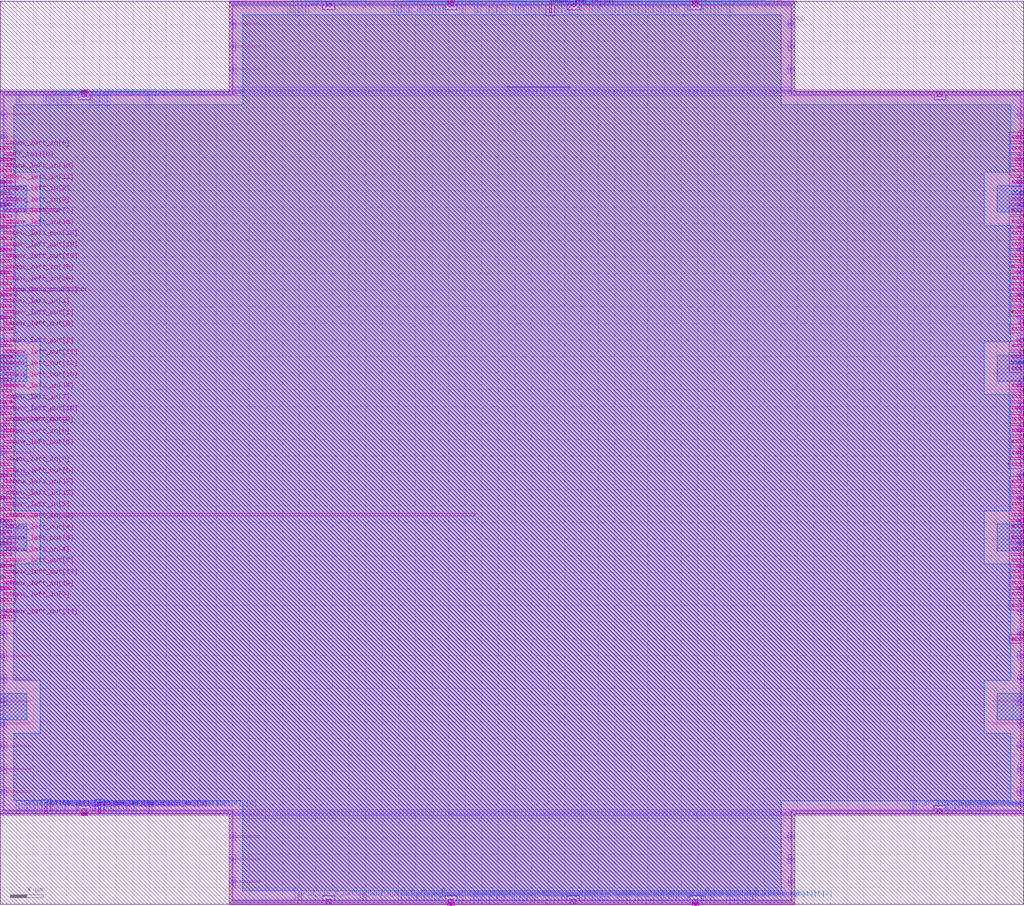
<source format=lef>
VERSION 5.7 ;
BUSBITCHARS "[]" ;

UNITS
  DATABASE MICRONS 1000 ;
END UNITS

MANUFACTURINGGRID 0.005 ;

LAYER li1
  TYPE ROUTING ;
  DIRECTION VERTICAL ;
  PITCH 0.46 ;
  WIDTH 0.17 ;
END li1

LAYER mcon
  TYPE CUT ;
END mcon

LAYER met1
  TYPE ROUTING ;
  DIRECTION HORIZONTAL ;
  PITCH 0.34 ;
  WIDTH 0.14 ;
END met1

LAYER via
  TYPE CUT ;
END via

LAYER met2
  TYPE ROUTING ;
  DIRECTION VERTICAL ;
  PITCH 0.46 ;
  WIDTH 0.14 ;
END met2

LAYER via2
  TYPE CUT ;
END via2

LAYER met3
  TYPE ROUTING ;
  DIRECTION HORIZONTAL ;
  PITCH 0.68 ;
  WIDTH 0.3 ;
END met3

LAYER via3
  TYPE CUT ;
END via3

LAYER met4
  TYPE ROUTING ;
  DIRECTION VERTICAL ;
  PITCH 0.92 ;
  WIDTH 0.3 ;
END met4

LAYER via4
  TYPE CUT ;
END via4

LAYER met5
  TYPE ROUTING ;
  DIRECTION HORIZONTAL ;
  PITCH 3.4 ;
  WIDTH 1.6 ;
END met5

LAYER nwell
  TYPE MASTERSLICE ;
END nwell

LAYER pwell
  TYPE MASTERSLICE ;
END pwell

LAYER OVERLAP
  TYPE OVERLAP ;
END OVERLAP

VIA L1M1_PR
  LAYER li1 ;
    RECT -0.085 -0.085 0.085 0.085 ;
  LAYER mcon ;
    RECT -0.085 -0.085 0.085 0.085 ;
  LAYER met1 ;
    RECT -0.145 -0.115 0.145 0.115 ;
END L1M1_PR

VIA L1M1_PR_R
  LAYER li1 ;
    RECT -0.085 -0.085 0.085 0.085 ;
  LAYER mcon ;
    RECT -0.085 -0.085 0.085 0.085 ;
  LAYER met1 ;
    RECT -0.115 -0.145 0.115 0.145 ;
END L1M1_PR_R

VIA L1M1_PR_M
  LAYER li1 ;
    RECT -0.085 -0.085 0.085 0.085 ;
  LAYER mcon ;
    RECT -0.085 -0.085 0.085 0.085 ;
  LAYER met1 ;
    RECT -0.115 -0.145 0.115 0.145 ;
END L1M1_PR_M

VIA L1M1_PR_MR
  LAYER li1 ;
    RECT -0.085 -0.085 0.085 0.085 ;
  LAYER mcon ;
    RECT -0.085 -0.085 0.085 0.085 ;
  LAYER met1 ;
    RECT -0.145 -0.115 0.145 0.115 ;
END L1M1_PR_MR

VIA L1M1_PR_C
  LAYER li1 ;
    RECT -0.085 -0.085 0.085 0.085 ;
  LAYER mcon ;
    RECT -0.085 -0.085 0.085 0.085 ;
  LAYER met1 ;
    RECT -0.145 -0.145 0.145 0.145 ;
END L1M1_PR_C

VIA M1M2_PR
  LAYER met1 ;
    RECT -0.16 -0.13 0.16 0.13 ;
  LAYER via ;
    RECT -0.075 -0.075 0.075 0.075 ;
  LAYER met2 ;
    RECT -0.13 -0.16 0.13 0.16 ;
END M1M2_PR

VIA M1M2_PR_Enc
  LAYER met1 ;
    RECT -0.16 -0.13 0.16 0.13 ;
  LAYER via ;
    RECT -0.075 -0.075 0.075 0.075 ;
  LAYER met2 ;
    RECT -0.16 -0.13 0.16 0.13 ;
END M1M2_PR_Enc

VIA M1M2_PR_R
  LAYER met1 ;
    RECT -0.13 -0.16 0.13 0.16 ;
  LAYER via ;
    RECT -0.075 -0.075 0.075 0.075 ;
  LAYER met2 ;
    RECT -0.16 -0.13 0.16 0.13 ;
END M1M2_PR_R

VIA M1M2_PR_R_Enc
  LAYER met1 ;
    RECT -0.13 -0.16 0.13 0.16 ;
  LAYER via ;
    RECT -0.075 -0.075 0.075 0.075 ;
  LAYER met2 ;
    RECT -0.13 -0.16 0.13 0.16 ;
END M1M2_PR_R_Enc

VIA M1M2_PR_M
  LAYER met1 ;
    RECT -0.16 -0.13 0.16 0.13 ;
  LAYER via ;
    RECT -0.075 -0.075 0.075 0.075 ;
  LAYER met2 ;
    RECT -0.16 -0.13 0.16 0.13 ;
END M1M2_PR_M

VIA M1M2_PR_M_Enc
  LAYER met1 ;
    RECT -0.16 -0.13 0.16 0.13 ;
  LAYER via ;
    RECT -0.075 -0.075 0.075 0.075 ;
  LAYER met2 ;
    RECT -0.13 -0.16 0.13 0.16 ;
END M1M2_PR_M_Enc

VIA M1M2_PR_MR
  LAYER met1 ;
    RECT -0.13 -0.16 0.13 0.16 ;
  LAYER via ;
    RECT -0.075 -0.075 0.075 0.075 ;
  LAYER met2 ;
    RECT -0.13 -0.16 0.13 0.16 ;
END M1M2_PR_MR

VIA M1M2_PR_MR_Enc
  LAYER met1 ;
    RECT -0.13 -0.16 0.13 0.16 ;
  LAYER via ;
    RECT -0.075 -0.075 0.075 0.075 ;
  LAYER met2 ;
    RECT -0.16 -0.13 0.16 0.13 ;
END M1M2_PR_MR_Enc

VIA M1M2_PR_C
  LAYER met1 ;
    RECT -0.16 -0.16 0.16 0.16 ;
  LAYER via ;
    RECT -0.075 -0.075 0.075 0.075 ;
  LAYER met2 ;
    RECT -0.16 -0.16 0.16 0.16 ;
END M1M2_PR_C

VIA M2M3_PR
  LAYER met2 ;
    RECT -0.14 -0.185 0.14 0.185 ;
  LAYER via2 ;
    RECT -0.1 -0.1 0.1 0.1 ;
  LAYER met3 ;
    RECT -0.165 -0.165 0.165 0.165 ;
END M2M3_PR

VIA M2M3_PR_R
  LAYER met2 ;
    RECT -0.185 -0.14 0.185 0.14 ;
  LAYER via2 ;
    RECT -0.1 -0.1 0.1 0.1 ;
  LAYER met3 ;
    RECT -0.165 -0.165 0.165 0.165 ;
END M2M3_PR_R

VIA M2M3_PR_M
  LAYER met2 ;
    RECT -0.14 -0.185 0.14 0.185 ;
  LAYER via2 ;
    RECT -0.1 -0.1 0.1 0.1 ;
  LAYER met3 ;
    RECT -0.165 -0.165 0.165 0.165 ;
END M2M3_PR_M

VIA M2M3_PR_MR
  LAYER met2 ;
    RECT -0.185 -0.14 0.185 0.14 ;
  LAYER via2 ;
    RECT -0.1 -0.1 0.1 0.1 ;
  LAYER met3 ;
    RECT -0.165 -0.165 0.165 0.165 ;
END M2M3_PR_MR

VIA M2M3_PR_C
  LAYER met2 ;
    RECT -0.185 -0.185 0.185 0.185 ;
  LAYER via2 ;
    RECT -0.1 -0.1 0.1 0.1 ;
  LAYER met3 ;
    RECT -0.165 -0.165 0.165 0.165 ;
END M2M3_PR_C

VIA M3M4_PR
  LAYER met3 ;
    RECT -0.19 -0.16 0.19 0.16 ;
  LAYER via3 ;
    RECT -0.1 -0.1 0.1 0.1 ;
  LAYER met4 ;
    RECT -0.165 -0.165 0.165 0.165 ;
END M3M4_PR

VIA M3M4_PR_R
  LAYER met3 ;
    RECT -0.16 -0.19 0.16 0.19 ;
  LAYER via3 ;
    RECT -0.1 -0.1 0.1 0.1 ;
  LAYER met4 ;
    RECT -0.165 -0.165 0.165 0.165 ;
END M3M4_PR_R

VIA M3M4_PR_M
  LAYER met3 ;
    RECT -0.19 -0.16 0.19 0.16 ;
  LAYER via3 ;
    RECT -0.1 -0.1 0.1 0.1 ;
  LAYER met4 ;
    RECT -0.165 -0.165 0.165 0.165 ;
END M3M4_PR_M

VIA M3M4_PR_MR
  LAYER met3 ;
    RECT -0.16 -0.19 0.16 0.19 ;
  LAYER via3 ;
    RECT -0.1 -0.1 0.1 0.1 ;
  LAYER met4 ;
    RECT -0.165 -0.165 0.165 0.165 ;
END M3M4_PR_MR

VIA M3M4_PR_C
  LAYER met3 ;
    RECT -0.19 -0.19 0.19 0.19 ;
  LAYER via3 ;
    RECT -0.1 -0.1 0.1 0.1 ;
  LAYER met4 ;
    RECT -0.165 -0.165 0.165 0.165 ;
END M3M4_PR_C

VIA M4M5_PR
  LAYER met4 ;
    RECT -0.59 -0.59 0.59 0.59 ;
  LAYER via4 ;
    RECT -0.4 -0.4 0.4 0.4 ;
  LAYER met5 ;
    RECT -0.71 -0.71 0.71 0.71 ;
END M4M5_PR

VIA M4M5_PR_R
  LAYER met4 ;
    RECT -0.59 -0.59 0.59 0.59 ;
  LAYER via4 ;
    RECT -0.4 -0.4 0.4 0.4 ;
  LAYER met5 ;
    RECT -0.71 -0.71 0.71 0.71 ;
END M4M5_PR_R

VIA M4M5_PR_M
  LAYER met4 ;
    RECT -0.59 -0.59 0.59 0.59 ;
  LAYER via4 ;
    RECT -0.4 -0.4 0.4 0.4 ;
  LAYER met5 ;
    RECT -0.71 -0.71 0.71 0.71 ;
END M4M5_PR_M

VIA M4M5_PR_MR
  LAYER met4 ;
    RECT -0.59 -0.59 0.59 0.59 ;
  LAYER via4 ;
    RECT -0.4 -0.4 0.4 0.4 ;
  LAYER met5 ;
    RECT -0.71 -0.71 0.71 0.71 ;
END M4M5_PR_MR

VIA M4M5_PR_C
  LAYER met4 ;
    RECT -0.59 -0.59 0.59 0.59 ;
  LAYER via4 ;
    RECT -0.4 -0.4 0.4 0.4 ;
  LAYER met5 ;
    RECT -0.71 -0.71 0.71 0.71 ;
END M4M5_PR_C

SITE unit
  CLASS CORE ;
  SYMMETRY Y ;
  SIZE 0.46 BY 2.72 ;
END unit

SITE unithddbl
  CLASS CORE ;
  SIZE 0.46 BY 5.44 ;
END unithddbl

MACRO sb_1__1_
  CLASS BLOCK ;
  ORIGIN 0 0 ;
  SIZE 123.28 BY 108.8 ;
  SYMMETRY X Y ;
  PIN prog_clk[0]
    DIRECTION INPUT ;
    USE CLOCK ;
    PORT
      LAYER met2 ;
        RECT 55.59 0 55.73 1.36 ;
    END
  END prog_clk[0]
  PIN chany_top_in[0]
    DIRECTION INPUT ;
    USE SIGNAL ;
    PORT
      LAYER met2 ;
        RECT 67.55 107.44 67.69 108.8 ;
    END
  END chany_top_in[0]
  PIN chany_top_in[1]
    DIRECTION INPUT ;
    USE SIGNAL ;
    PORT
      LAYER met2 ;
        RECT 47.31 107.44 47.45 108.8 ;
    END
  END chany_top_in[1]
  PIN chany_top_in[2]
    DIRECTION INPUT ;
    USE SIGNAL ;
    PORT
      LAYER met2 ;
        RECT 65.71 107.44 65.85 108.8 ;
    END
  END chany_top_in[2]
  PIN chany_top_in[3]
    DIRECTION INPUT ;
    USE SIGNAL ;
    PORT
      LAYER met2 ;
        RECT 80.43 107.44 80.57 108.8 ;
    END
  END chany_top_in[3]
  PIN chany_top_in[4]
    DIRECTION INPUT ;
    USE SIGNAL ;
    PORT
      LAYER met2 ;
        RECT 60.65 107.44 60.79 108.8 ;
    END
  END chany_top_in[4]
  PIN chany_top_in[5]
    DIRECTION INPUT ;
    USE SIGNAL ;
    PORT
      LAYER met2 ;
        RECT 73.99 107.44 74.13 108.8 ;
    END
  END chany_top_in[5]
  PIN chany_top_in[6]
    DIRECTION INPUT ;
    USE SIGNAL ;
    PORT
      LAYER met2 ;
        RECT 58.81 107.44 58.95 108.8 ;
    END
  END chany_top_in[6]
  PIN chany_top_in[7]
    DIRECTION INPUT ;
    USE SIGNAL ;
    PORT
      LAYER met2 ;
        RECT 75.83 107.44 75.97 108.8 ;
    END
  END chany_top_in[7]
  PIN chany_top_in[8]
    DIRECTION INPUT ;
    USE SIGNAL ;
    PORT
      LAYER met2 ;
        RECT 52.37 107.44 52.51 108.8 ;
    END
  END chany_top_in[8]
  PIN chany_top_in[9]
    DIRECTION INPUT ;
    USE SIGNAL ;
    PORT
      LAYER met2 ;
        RECT 71.23 107.44 71.37 108.8 ;
    END
  END chany_top_in[9]
  PIN chany_top_in[10]
    DIRECTION INPUT ;
    USE SIGNAL ;
    PORT
      LAYER met4 ;
        RECT 66.09 107.44 66.39 108.8 ;
    END
  END chany_top_in[10]
  PIN chany_top_in[11]
    DIRECTION INPUT ;
    USE SIGNAL ;
    PORT
      LAYER met2 ;
        RECT 50.53 107.44 50.67 108.8 ;
    END
  END chany_top_in[11]
  PIN chany_top_in[12]
    DIRECTION INPUT ;
    USE SIGNAL ;
    PORT
      LAYER met2 ;
        RECT 86.41 107.44 86.55 108.8 ;
    END
  END chany_top_in[12]
  PIN chany_top_in[13]
    DIRECTION INPUT ;
    USE SIGNAL ;
    PORT
      LAYER met2 ;
        RECT 62.03 107.44 62.17 108.8 ;
    END
  END chany_top_in[13]
  PIN chany_top_in[14]
    DIRECTION INPUT ;
    USE SIGNAL ;
    PORT
      LAYER met2 ;
        RECT 62.95 107.44 63.09 108.8 ;
    END
  END chany_top_in[14]
  PIN chany_top_in[15]
    DIRECTION INPUT ;
    USE SIGNAL ;
    PORT
      LAYER met2 ;
        RECT 66.63 107.44 66.77 108.8 ;
    END
  END chany_top_in[15]
  PIN chany_top_in[16]
    DIRECTION INPUT ;
    USE SIGNAL ;
    PORT
      LAYER met2 ;
        RECT 81.35 107.44 81.49 108.8 ;
    END
  END chany_top_in[16]
  PIN chany_top_in[17]
    DIRECTION INPUT ;
    USE SIGNAL ;
    PORT
      LAYER met2 ;
        RECT 74.91 107.44 75.05 108.8 ;
    END
  END chany_top_in[17]
  PIN chany_top_in[18]
    DIRECTION INPUT ;
    USE SIGNAL ;
    PORT
      LAYER met2 ;
        RECT 48.23 107.44 48.37 108.8 ;
    END
  END chany_top_in[18]
  PIN chany_top_in[19]
    DIRECTION INPUT ;
    USE SIGNAL ;
    PORT
      LAYER met2 ;
        RECT 51.45 107.44 51.59 108.8 ;
    END
  END chany_top_in[19]
  PIN top_left_grid_pin_42_[0]
    DIRECTION INPUT ;
    USE SIGNAL ;
    PORT
      LAYER met2 ;
        RECT 17.87 96.56 18.01 97.92 ;
    END
  END top_left_grid_pin_42_[0]
  PIN top_left_grid_pin_43_[0]
    DIRECTION INPUT ;
    USE SIGNAL ;
    PORT
      LAYER met2 ;
        RECT 12.81 96.56 12.95 97.92 ;
    END
  END top_left_grid_pin_43_[0]
  PIN top_left_grid_pin_44_[0]
    DIRECTION INPUT ;
    USE SIGNAL ;
    PORT
      LAYER met2 ;
        RECT 8.21 96.56 8.35 97.92 ;
    END
  END top_left_grid_pin_44_[0]
  PIN top_left_grid_pin_45_[0]
    DIRECTION INPUT ;
    USE SIGNAL ;
    PORT
      LAYER met2 ;
        RECT 11.89 96.56 12.03 97.92 ;
    END
  END top_left_grid_pin_45_[0]
  PIN top_left_grid_pin_46_[0]
    DIRECTION INPUT ;
    USE SIGNAL ;
    PORT
      LAYER met2 ;
        RECT 6.37 96.56 6.51 97.92 ;
    END
  END top_left_grid_pin_46_[0]
  PIN top_left_grid_pin_47_[0]
    DIRECTION INPUT ;
    USE SIGNAL ;
    PORT
      LAYER met2 ;
        RECT 10.97 96.56 11.11 97.92 ;
    END
  END top_left_grid_pin_47_[0]
  PIN top_left_grid_pin_48_[0]
    DIRECTION INPUT ;
    USE SIGNAL ;
    PORT
      LAYER met2 ;
        RECT 7.29 96.56 7.43 97.92 ;
    END
  END top_left_grid_pin_48_[0]
  PIN top_left_grid_pin_49_[0]
    DIRECTION INPUT ;
    USE SIGNAL ;
    PORT
      LAYER met2 ;
        RECT 5.45 96.56 5.59 97.92 ;
    END
  END top_left_grid_pin_49_[0]
  PIN chanx_right_in[0]
    DIRECTION INPUT ;
    USE SIGNAL ;
    PORT
      LAYER met3 ;
        RECT 121.9 37.25 123.28 37.55 ;
    END
  END chanx_right_in[0]
  PIN chanx_right_in[1]
    DIRECTION INPUT ;
    USE SIGNAL ;
    PORT
      LAYER met3 ;
        RECT 121.9 71.25 123.28 71.55 ;
    END
  END chanx_right_in[1]
  PIN chanx_right_in[2]
    DIRECTION INPUT ;
    USE SIGNAL ;
    PORT
      LAYER met3 ;
        RECT 121.9 92.33 123.28 92.63 ;
    END
  END chanx_right_in[2]
  PIN chanx_right_in[3]
    DIRECTION INPUT ;
    USE SIGNAL ;
    PORT
      LAYER met3 ;
        RECT 121.9 84.85 123.28 85.15 ;
    END
  END chanx_right_in[3]
  PIN chanx_right_in[4]
    DIRECTION INPUT ;
    USE SIGNAL ;
    PORT
      LAYER met3 ;
        RECT 121.9 73.97 123.28 74.27 ;
    END
  END chanx_right_in[4]
  PIN chanx_right_in[5]
    DIRECTION INPUT ;
    USE SIGNAL ;
    PORT
      LAYER met3 ;
        RECT 121.9 76.69 123.28 76.99 ;
    END
  END chanx_right_in[5]
  PIN chanx_right_in[6]
    DIRECTION INPUT ;
    USE SIGNAL ;
    PORT
      LAYER met3 ;
        RECT 121.9 67.17 123.28 67.47 ;
    END
  END chanx_right_in[6]
  PIN chanx_right_in[7]
    DIRECTION INPUT ;
    USE SIGNAL ;
    PORT
      LAYER met3 ;
        RECT 121.9 39.97 123.28 40.27 ;
    END
  END chanx_right_in[7]
  PIN chanx_right_in[8]
    DIRECTION INPUT ;
    USE SIGNAL ;
    PORT
      LAYER met3 ;
        RECT 121.9 55.61 123.28 55.91 ;
    END
  END chanx_right_in[8]
  PIN chanx_right_in[9]
    DIRECTION INPUT ;
    USE SIGNAL ;
    PORT
      LAYER met3 ;
        RECT 121.9 75.33 123.28 75.63 ;
    END
  END chanx_right_in[9]
  PIN chanx_right_in[10]
    DIRECTION INPUT ;
    USE SIGNAL ;
    PORT
      LAYER met3 ;
        RECT 121.9 59.69 123.28 59.99 ;
    END
  END chanx_right_in[10]
  PIN chanx_right_in[11]
    DIRECTION INPUT ;
    USE SIGNAL ;
    PORT
      LAYER met3 ;
        RECT 121.9 72.61 123.28 72.91 ;
    END
  END chanx_right_in[11]
  PIN chanx_right_in[12]
    DIRECTION INPUT ;
    USE SIGNAL ;
    PORT
      LAYER met3 ;
        RECT 121.9 78.05 123.28 78.35 ;
    END
  END chanx_right_in[12]
  PIN chanx_right_in[13]
    DIRECTION INPUT ;
    USE SIGNAL ;
    PORT
      LAYER met3 ;
        RECT 121.9 35.89 123.28 36.19 ;
    END
  END chanx_right_in[13]
  PIN chanx_right_in[14]
    DIRECTION INPUT ;
    USE SIGNAL ;
    PORT
      LAYER met3 ;
        RECT 121.9 31.81 123.28 32.11 ;
    END
  END chanx_right_in[14]
  PIN chanx_right_in[15]
    DIRECTION INPUT ;
    USE SIGNAL ;
    PORT
      LAYER met3 ;
        RECT 121.9 41.33 123.28 41.63 ;
    END
  END chanx_right_in[15]
  PIN chanx_right_in[16]
    DIRECTION INPUT ;
    USE SIGNAL ;
    PORT
      LAYER met3 ;
        RECT 121.9 89.61 123.28 89.91 ;
    END
  END chanx_right_in[16]
  PIN chanx_right_in[17]
    DIRECTION INPUT ;
    USE SIGNAL ;
    PORT
      LAYER met3 ;
        RECT 121.9 44.05 123.28 44.35 ;
    END
  END chanx_right_in[17]
  PIN chanx_right_in[18]
    DIRECTION INPUT ;
    USE SIGNAL ;
    PORT
      LAYER met3 ;
        RECT 121.9 80.77 123.28 81.07 ;
    END
  END chanx_right_in[18]
  PIN chanx_right_in[19]
    DIRECTION INPUT ;
    USE SIGNAL ;
    PORT
      LAYER met3 ;
        RECT 121.9 38.61 123.28 38.91 ;
    END
  END chanx_right_in[19]
  PIN right_bottom_grid_pin_34_[0]
    DIRECTION INPUT ;
    USE SIGNAL ;
    PORT
      LAYER met2 ;
        RECT 114.93 10.88 115.07 12.24 ;
    END
  END right_bottom_grid_pin_34_[0]
  PIN right_bottom_grid_pin_35_[0]
    DIRECTION INPUT ;
    USE SIGNAL ;
    PORT
      LAYER met2 ;
        RECT 115.85 10.88 115.99 12.24 ;
    END
  END right_bottom_grid_pin_35_[0]
  PIN right_bottom_grid_pin_36_[0]
    DIRECTION INPUT ;
    USE SIGNAL ;
    PORT
      LAYER met2 ;
        RECT 109.87 10.88 110.01 12.24 ;
    END
  END right_bottom_grid_pin_36_[0]
  PIN right_bottom_grid_pin_37_[0]
    DIRECTION INPUT ;
    USE SIGNAL ;
    PORT
      LAYER met2 ;
        RECT 112.63 10.88 112.77 12.24 ;
    END
  END right_bottom_grid_pin_37_[0]
  PIN right_bottom_grid_pin_38_[0]
    DIRECTION INPUT ;
    USE SIGNAL ;
    PORT
      LAYER met2 ;
        RECT 118.61 10.88 118.75 12.24 ;
    END
  END right_bottom_grid_pin_38_[0]
  PIN right_bottom_grid_pin_39_[0]
    DIRECTION INPUT ;
    USE SIGNAL ;
    PORT
      LAYER met2 ;
        RECT 116.77 10.88 116.91 12.24 ;
    END
  END right_bottom_grid_pin_39_[0]
  PIN right_bottom_grid_pin_40_[0]
    DIRECTION INPUT ;
    USE SIGNAL ;
    PORT
      LAYER met2 ;
        RECT 117.69 10.88 117.83 12.24 ;
    END
  END right_bottom_grid_pin_40_[0]
  PIN right_bottom_grid_pin_41_[0]
    DIRECTION INPUT ;
    USE SIGNAL ;
    PORT
      LAYER met2 ;
        RECT 114.01 10.88 114.15 12.24 ;
    END
  END right_bottom_grid_pin_41_[0]
  PIN chany_bottom_in[0]
    DIRECTION INPUT ;
    USE SIGNAL ;
    PORT
      LAYER met2 ;
        RECT 68.47 0 68.61 1.36 ;
    END
  END chany_bottom_in[0]
  PIN chany_bottom_in[1]
    DIRECTION INPUT ;
    USE SIGNAL ;
    PORT
      LAYER met2 ;
        RECT 69.39 0 69.53 1.36 ;
    END
  END chany_bottom_in[1]
  PIN chany_bottom_in[2]
    DIRECTION INPUT ;
    USE SIGNAL ;
    PORT
      LAYER met2 ;
        RECT 80.43 0 80.57 1.36 ;
    END
  END chany_bottom_in[2]
  PIN chany_bottom_in[3]
    DIRECTION INPUT ;
    USE SIGNAL ;
    PORT
      LAYER met2 ;
        RECT 70.31 0 70.45 1.36 ;
    END
  END chany_bottom_in[3]
  PIN chany_bottom_in[4]
    DIRECTION INPUT ;
    USE SIGNAL ;
    PORT
      LAYER met2 ;
        RECT 60.65 0 60.79 1.36 ;
    END
  END chany_bottom_in[4]
  PIN chany_bottom_in[5]
    DIRECTION INPUT ;
    USE SIGNAL ;
    PORT
      LAYER met2 ;
        RECT 64.33 0 64.47 1.36 ;
    END
  END chany_bottom_in[5]
  PIN chany_bottom_in[6]
    DIRECTION INPUT ;
    USE SIGNAL ;
    PORT
      LAYER met2 ;
        RECT 61.57 0 61.71 1.36 ;
    END
  END chany_bottom_in[6]
  PIN chany_bottom_in[7]
    DIRECTION INPUT ;
    USE SIGNAL ;
    PORT
      LAYER met2 ;
        RECT 74.45 0 74.59 1.36 ;
    END
  END chany_bottom_in[7]
  PIN chany_bottom_in[8]
    DIRECTION INPUT ;
    USE SIGNAL ;
    PORT
      LAYER met2 ;
        RECT 67.55 0 67.69 1.36 ;
    END
  END chany_bottom_in[8]
  PIN chany_bottom_in[9]
    DIRECTION INPUT ;
    USE SIGNAL ;
    PORT
      LAYER met2 ;
        RECT 82.73 0 82.87 1.36 ;
    END
  END chany_bottom_in[9]
  PIN chany_bottom_in[10]
    DIRECTION INPUT ;
    USE SIGNAL ;
    PORT
      LAYER met2 ;
        RECT 71.23 0 71.37 1.36 ;
    END
  END chany_bottom_in[10]
  PIN chany_bottom_in[11]
    DIRECTION INPUT ;
    USE SIGNAL ;
    PORT
      LAYER met2 ;
        RECT 75.37 0 75.51 1.36 ;
    END
  END chany_bottom_in[11]
  PIN chany_bottom_in[12]
    DIRECTION INPUT ;
    USE SIGNAL ;
    PORT
      LAYER met2 ;
        RECT 66.63 0 66.77 1.36 ;
    END
  END chany_bottom_in[12]
  PIN chany_bottom_in[13]
    DIRECTION INPUT ;
    USE SIGNAL ;
    PORT
      LAYER met2 ;
        RECT 48.23 0 48.37 1.36 ;
    END
  END chany_bottom_in[13]
  PIN chany_bottom_in[14]
    DIRECTION INPUT ;
    USE SIGNAL ;
    PORT
      LAYER met2 ;
        RECT 81.35 0 81.49 1.36 ;
    END
  END chany_bottom_in[14]
  PIN chany_bottom_in[15]
    DIRECTION INPUT ;
    USE SIGNAL ;
    PORT
      LAYER met2 ;
        RECT 49.15 0 49.29 1.36 ;
    END
  END chany_bottom_in[15]
  PIN chany_bottom_in[16]
    DIRECTION INPUT ;
    USE SIGNAL ;
    PORT
      LAYER met2 ;
        RECT 59.73 0 59.87 1.36 ;
    END
  END chany_bottom_in[16]
  PIN chany_bottom_in[17]
    DIRECTION INPUT ;
    USE SIGNAL ;
    PORT
      LAYER met2 ;
        RECT 63.41 0 63.55 1.36 ;
    END
  END chany_bottom_in[17]
  PIN chany_bottom_in[18]
    DIRECTION INPUT ;
    USE SIGNAL ;
    PORT
      LAYER met2 ;
        RECT 65.71 0 65.85 1.36 ;
    END
  END chany_bottom_in[18]
  PIN chany_bottom_in[19]
    DIRECTION INPUT ;
    USE SIGNAL ;
    PORT
      LAYER met2 ;
        RECT 78.59 0 78.73 1.36 ;
    END
  END chany_bottom_in[19]
  PIN bottom_left_grid_pin_42_[0]
    DIRECTION INPUT ;
    USE SIGNAL ;
    PORT
      LAYER met2 ;
        RECT 11.43 10.88 11.57 12.24 ;
    END
  END bottom_left_grid_pin_42_[0]
  PIN bottom_left_grid_pin_43_[0]
    DIRECTION INPUT ;
    USE SIGNAL ;
    PORT
      LAYER met2 ;
        RECT 9.13 10.88 9.27 12.24 ;
    END
  END bottom_left_grid_pin_43_[0]
  PIN bottom_left_grid_pin_44_[0]
    DIRECTION INPUT ;
    USE SIGNAL ;
    PORT
      LAYER met2 ;
        RECT 12.35 10.88 12.49 12.24 ;
    END
  END bottom_left_grid_pin_44_[0]
  PIN bottom_left_grid_pin_45_[0]
    DIRECTION INPUT ;
    USE SIGNAL ;
    PORT
      LAYER met2 ;
        RECT 14.19 10.88 14.33 12.24 ;
    END
  END bottom_left_grid_pin_45_[0]
  PIN bottom_left_grid_pin_46_[0]
    DIRECTION INPUT ;
    USE SIGNAL ;
    PORT
      LAYER met2 ;
        RECT 16.03 10.88 16.17 12.24 ;
    END
  END bottom_left_grid_pin_46_[0]
  PIN bottom_left_grid_pin_47_[0]
    DIRECTION INPUT ;
    USE SIGNAL ;
    PORT
      LAYER met2 ;
        RECT 17.87 10.88 18.01 12.24 ;
    END
  END bottom_left_grid_pin_47_[0]
  PIN bottom_left_grid_pin_48_[0]
    DIRECTION INPUT ;
    USE SIGNAL ;
    PORT
      LAYER met4 ;
        RECT 5.37 10.88 5.67 12.24 ;
    END
  END bottom_left_grid_pin_48_[0]
  PIN bottom_left_grid_pin_49_[0]
    DIRECTION INPUT ;
    USE SIGNAL ;
    PORT
      LAYER met4 ;
        RECT 11.81 10.88 12.11 12.24 ;
    END
  END bottom_left_grid_pin_49_[0]
  PIN chanx_left_in[0]
    DIRECTION INPUT ;
    USE SIGNAL ;
    PORT
      LAYER met3 ;
        RECT 0 52.89 1.38 53.19 ;
    END
  END chanx_left_in[0]
  PIN chanx_left_in[1]
    DIRECTION INPUT ;
    USE SIGNAL ;
    PORT
      LAYER met3 ;
        RECT 0 71.93 1.38 72.23 ;
    END
  END chanx_left_in[1]
  PIN chanx_left_in[2]
    DIRECTION INPUT ;
    USE SIGNAL ;
    PORT
      LAYER met3 ;
        RECT 0 85.53 1.38 85.83 ;
    END
  END chanx_left_in[2]
  PIN chanx_left_in[3]
    DIRECTION INPUT ;
    USE SIGNAL ;
    PORT
      LAYER met3 ;
        RECT 0 36.57 1.38 36.87 ;
    END
  END chanx_left_in[3]
  PIN chanx_left_in[4]
    DIRECTION INPUT ;
    USE SIGNAL ;
    PORT
      LAYER met3 ;
        RECT 0 42.01 1.38 42.31 ;
    END
  END chanx_left_in[4]
  PIN chanx_left_in[5]
    DIRECTION INPUT ;
    USE SIGNAL ;
    PORT
      LAYER met3 ;
        RECT 0 47.45 1.38 47.75 ;
    END
  END chanx_left_in[5]
  PIN chanx_left_in[6]
    DIRECTION INPUT ;
    USE SIGNAL ;
    PORT
      LAYER met3 ;
        RECT 0 90.97 1.38 91.27 ;
    END
  END chanx_left_in[6]
  PIN chanx_left_in[7]
    DIRECTION INPUT ;
    USE SIGNAL ;
    PORT
      LAYER met3 ;
        RECT 0 60.37 1.38 60.67 ;
    END
  END chanx_left_in[7]
  PIN chanx_left_in[8]
    DIRECTION INPUT ;
    USE SIGNAL ;
    PORT
      LAYER met3 ;
        RECT 0 56.29 1.38 56.59 ;
    END
  END chanx_left_in[8]
  PIN chanx_left_in[9]
    DIRECTION INPUT ;
    USE SIGNAL ;
    PORT
      LAYER met3 ;
        RECT 0 84.17 1.38 84.47 ;
    END
  END chanx_left_in[9]
  PIN chanx_left_in[10]
    DIRECTION INPUT ;
    USE SIGNAL ;
    PORT
      LAYER met3 ;
        RECT 0 88.25 1.38 88.55 ;
    END
  END chanx_left_in[10]
  PIN chanx_left_in[11]
    DIRECTION INPUT ;
    USE SIGNAL ;
    PORT
      LAYER met3 ;
        RECT 0 86.89 1.38 87.19 ;
    END
  END chanx_left_in[11]
  PIN chanx_left_in[12]
    DIRECTION INPUT ;
    USE SIGNAL ;
    PORT
      LAYER met3 ;
        RECT 0 46.09 1.38 46.39 ;
    END
  END chanx_left_in[12]
  PIN chanx_left_in[13]
    DIRECTION INPUT ;
    USE SIGNAL ;
    PORT
      LAYER met3 ;
        RECT 0 48.81 1.38 49.11 ;
    END
  END chanx_left_in[13]
  PIN chanx_left_in[14]
    DIRECTION INPUT ;
    USE SIGNAL ;
    PORT
      LAYER met3 ;
        RECT 0 61.73 1.38 62.03 ;
    END
  END chanx_left_in[14]
  PIN chanx_left_in[15]
    DIRECTION INPUT ;
    USE SIGNAL ;
    PORT
      LAYER met3 ;
        RECT 0 76.01 1.38 76.31 ;
    END
  END chanx_left_in[15]
  PIN chanx_left_in[16]
    DIRECTION INPUT ;
    USE SIGNAL ;
    PORT
      LAYER met3 ;
        RECT 0 81.45 1.38 81.75 ;
    END
  END chanx_left_in[16]
  PIN chanx_left_in[17]
    DIRECTION INPUT ;
    USE SIGNAL ;
    PORT
      LAYER met3 ;
        RECT 0 50.17 1.38 50.47 ;
    END
  END chanx_left_in[17]
  PIN chanx_left_in[18]
    DIRECTION INPUT ;
    USE SIGNAL ;
    PORT
      LAYER met3 ;
        RECT 0 74.65 1.38 74.95 ;
    END
  END chanx_left_in[18]
  PIN chanx_left_in[19]
    DIRECTION INPUT ;
    USE SIGNAL ;
    PORT
      LAYER met3 ;
        RECT 0 37.93 1.38 38.23 ;
    END
  END chanx_left_in[19]
  PIN left_bottom_grid_pin_34_[0]
    DIRECTION INPUT ;
    USE SIGNAL ;
    PORT
      LAYER met2 ;
        RECT 15.11 10.88 15.25 12.24 ;
    END
  END left_bottom_grid_pin_34_[0]
  PIN left_bottom_grid_pin_35_[0]
    DIRECTION INPUT ;
    USE SIGNAL ;
    PORT
      LAYER met2 ;
        RECT 13.27 10.88 13.41 12.24 ;
    END
  END left_bottom_grid_pin_35_[0]
  PIN left_bottom_grid_pin_36_[0]
    DIRECTION INPUT ;
    USE SIGNAL ;
    PORT
      LAYER met2 ;
        RECT 4.99 10.88 5.13 12.24 ;
    END
  END left_bottom_grid_pin_36_[0]
  PIN left_bottom_grid_pin_37_[0]
    DIRECTION INPUT ;
    USE SIGNAL ;
    PORT
      LAYER met2 ;
        RECT 5.91 10.88 6.05 12.24 ;
    END
  END left_bottom_grid_pin_37_[0]
  PIN left_bottom_grid_pin_38_[0]
    DIRECTION INPUT ;
    USE SIGNAL ;
    PORT
      LAYER met2 ;
        RECT 7.75 10.88 7.89 12.24 ;
    END
  END left_bottom_grid_pin_38_[0]
  PIN left_bottom_grid_pin_39_[0]
    DIRECTION INPUT ;
    USE SIGNAL ;
    PORT
      LAYER met2 ;
        RECT 4.07 10.88 4.21 12.24 ;
    END
  END left_bottom_grid_pin_39_[0]
  PIN left_bottom_grid_pin_40_[0]
    DIRECTION INPUT ;
    USE SIGNAL ;
    PORT
      LAYER met2 ;
        RECT 3.15 10.88 3.29 12.24 ;
    END
  END left_bottom_grid_pin_40_[0]
  PIN left_bottom_grid_pin_41_[0]
    DIRECTION INPUT ;
    USE SIGNAL ;
    PORT
      LAYER met2 ;
        RECT 6.83 10.88 6.97 12.24 ;
    END
  END left_bottom_grid_pin_41_[0]
  PIN ccff_head[0]
    DIRECTION INPUT ;
    USE SIGNAL ;
    PORT
      LAYER met3 ;
        RECT 121.9 86.89 123.28 87.19 ;
    END
  END ccff_head[0]
  PIN chany_top_out[0]
    DIRECTION OUTPUT ;
    USE SIGNAL ;
    PORT
      LAYER met2 ;
        RECT 55.59 107.44 55.73 108.8 ;
    END
  END chany_top_out[0]
  PIN chany_top_out[1]
    DIRECTION OUTPUT ;
    USE SIGNAL ;
    PORT
      LAYER met2 ;
        RECT 79.51 107.44 79.65 108.8 ;
    END
  END chany_top_out[1]
  PIN chany_top_out[2]
    DIRECTION OUTPUT ;
    USE SIGNAL ;
    PORT
      LAYER met2 ;
        RECT 59.73 107.44 59.87 108.8 ;
    END
  END chany_top_out[2]
  PIN chany_top_out[3]
    DIRECTION OUTPUT ;
    USE SIGNAL ;
    PORT
      LAYER met2 ;
        RECT 77.67 107.44 77.81 108.8 ;
    END
  END chany_top_out[3]
  PIN chany_top_out[4]
    DIRECTION OUTPUT ;
    USE SIGNAL ;
    PORT
      LAYER met2 ;
        RECT 72.15 107.44 72.29 108.8 ;
    END
  END chany_top_out[4]
  PIN chany_top_out[5]
    DIRECTION OUTPUT ;
    USE SIGNAL ;
    PORT
      LAYER met2 ;
        RECT 82.73 107.44 82.87 108.8 ;
    END
  END chany_top_out[5]
  PIN chany_top_out[6]
    DIRECTION OUTPUT ;
    USE SIGNAL ;
    PORT
      LAYER met2 ;
        RECT 63.87 107.44 64.01 108.8 ;
    END
  END chany_top_out[6]
  PIN chany_top_out[7]
    DIRECTION OUTPUT ;
    USE SIGNAL ;
    PORT
      LAYER met2 ;
        RECT 68.47 107.44 68.61 108.8 ;
    END
  END chany_top_out[7]
  PIN chany_top_out[8]
    DIRECTION OUTPUT ;
    USE SIGNAL ;
    PORT
      LAYER met2 ;
        RECT 49.15 107.44 49.29 108.8 ;
    END
  END chany_top_out[8]
  PIN chany_top_out[9]
    DIRECTION OUTPUT ;
    USE SIGNAL ;
    PORT
      LAYER met2 ;
        RECT 84.57 107.44 84.71 108.8 ;
    END
  END chany_top_out[9]
  PIN chany_top_out[10]
    DIRECTION OUTPUT ;
    USE SIGNAL ;
    PORT
      LAYER met2 ;
        RECT 64.79 107.44 64.93 108.8 ;
    END
  END chany_top_out[10]
  PIN chany_top_out[11]
    DIRECTION OUTPUT ;
    USE SIGNAL ;
    PORT
      LAYER met2 ;
        RECT 69.85 107.44 69.99 108.8 ;
    END
  END chany_top_out[11]
  PIN chany_top_out[12]
    DIRECTION OUTPUT ;
    USE SIGNAL ;
    PORT
      LAYER met2 ;
        RECT 85.49 107.44 85.63 108.8 ;
    END
  END chany_top_out[12]
  PIN chany_top_out[13]
    DIRECTION OUTPUT ;
    USE SIGNAL ;
    PORT
      LAYER met2 ;
        RECT 87.79 107.44 87.93 108.8 ;
    END
  END chany_top_out[13]
  PIN chany_top_out[14]
    DIRECTION OUTPUT ;
    USE SIGNAL ;
    PORT
      LAYER met2 ;
        RECT 34.89 107.44 35.03 108.8 ;
    END
  END chany_top_out[14]
  PIN chany_top_out[15]
    DIRECTION OUTPUT ;
    USE SIGNAL ;
    PORT
      LAYER met2 ;
        RECT 76.75 107.44 76.89 108.8 ;
    END
  END chany_top_out[15]
  PIN chany_top_out[16]
    DIRECTION OUTPUT ;
    USE SIGNAL ;
    PORT
      LAYER met2 ;
        RECT 36.73 107.44 36.87 108.8 ;
    END
  END chany_top_out[16]
  PIN chany_top_out[17]
    DIRECTION OUTPUT ;
    USE SIGNAL ;
    PORT
      LAYER met2 ;
        RECT 73.07 107.44 73.21 108.8 ;
    END
  END chany_top_out[17]
  PIN chany_top_out[18]
    DIRECTION OUTPUT ;
    USE SIGNAL ;
    PORT
      LAYER met2 ;
        RECT 53.29 107.44 53.43 108.8 ;
    END
  END chany_top_out[18]
  PIN chany_top_out[19]
    DIRECTION OUTPUT ;
    USE SIGNAL ;
    PORT
      LAYER met2 ;
        RECT 78.59 107.44 78.73 108.8 ;
    END
  END chany_top_out[19]
  PIN chanx_right_out[0]
    DIRECTION OUTPUT ;
    USE SIGNAL ;
    PORT
      LAYER met3 ;
        RECT 121.9 83.49 123.28 83.79 ;
    END
  END chanx_right_out[0]
  PIN chanx_right_out[1]
    DIRECTION OUTPUT ;
    USE SIGNAL ;
    PORT
      LAYER met3 ;
        RECT 121.9 90.97 123.28 91.27 ;
    END
  END chanx_right_out[1]
  PIN chanx_right_out[2]
    DIRECTION OUTPUT ;
    USE SIGNAL ;
    PORT
      LAYER met3 ;
        RECT 121.9 48.13 123.28 48.43 ;
    END
  END chanx_right_out[2]
  PIN chanx_right_out[3]
    DIRECTION OUTPUT ;
    USE SIGNAL ;
    PORT
      LAYER met3 ;
        RECT 121.9 61.05 123.28 61.35 ;
    END
  END chanx_right_out[3]
  PIN chanx_right_out[4]
    DIRECTION OUTPUT ;
    USE SIGNAL ;
    PORT
      LAYER met3 ;
        RECT 121.9 82.13 123.28 82.43 ;
    END
  END chanx_right_out[4]
  PIN chanx_right_out[5]
    DIRECTION OUTPUT ;
    USE SIGNAL ;
    PORT
      LAYER met3 ;
        RECT 121.9 79.41 123.28 79.71 ;
    END
  END chanx_right_out[5]
  PIN chanx_right_out[6]
    DIRECTION OUTPUT ;
    USE SIGNAL ;
    PORT
      LAYER met3 ;
        RECT 121.9 54.25 123.28 54.55 ;
    END
  END chanx_right_out[6]
  PIN chanx_right_out[7]
    DIRECTION OUTPUT ;
    USE SIGNAL ;
    PORT
      LAYER met3 ;
        RECT 121.9 64.45 123.28 64.75 ;
    END
  END chanx_right_out[7]
  PIN chanx_right_out[8]
    DIRECTION OUTPUT ;
    USE SIGNAL ;
    PORT
      LAYER met3 ;
        RECT 121.9 56.97 123.28 57.27 ;
    END
  END chanx_right_out[8]
  PIN chanx_right_out[9]
    DIRECTION OUTPUT ;
    USE SIGNAL ;
    PORT
      LAYER met3 ;
        RECT 121.9 50.85 123.28 51.15 ;
    END
  END chanx_right_out[9]
  PIN chanx_right_out[10]
    DIRECTION OUTPUT ;
    USE SIGNAL ;
    PORT
      LAYER met3 ;
        RECT 121.9 49.49 123.28 49.79 ;
    END
  END chanx_right_out[10]
  PIN chanx_right_out[11]
    DIRECTION OUTPUT ;
    USE SIGNAL ;
    PORT
      LAYER met3 ;
        RECT 121.9 65.81 123.28 66.11 ;
    END
  END chanx_right_out[11]
  PIN chanx_right_out[12]
    DIRECTION OUTPUT ;
    USE SIGNAL ;
    PORT
      LAYER met3 ;
        RECT 121.9 45.41 123.28 45.71 ;
    END
  END chanx_right_out[12]
  PIN chanx_right_out[13]
    DIRECTION OUTPUT ;
    USE SIGNAL ;
    PORT
      LAYER met3 ;
        RECT 121.9 88.25 123.28 88.55 ;
    END
  END chanx_right_out[13]
  PIN chanx_right_out[14]
    DIRECTION OUTPUT ;
    USE SIGNAL ;
    PORT
      LAYER met3 ;
        RECT 121.9 46.77 123.28 47.07 ;
    END
  END chanx_right_out[14]
  PIN chanx_right_out[15]
    DIRECTION OUTPUT ;
    USE SIGNAL ;
    PORT
      LAYER met3 ;
        RECT 121.9 42.69 123.28 42.99 ;
    END
  END chanx_right_out[15]
  PIN chanx_right_out[16]
    DIRECTION OUTPUT ;
    USE SIGNAL ;
    PORT
      LAYER met3 ;
        RECT 121.9 58.33 123.28 58.63 ;
    END
  END chanx_right_out[16]
  PIN chanx_right_out[17]
    DIRECTION OUTPUT ;
    USE SIGNAL ;
    PORT
      LAYER met3 ;
        RECT 121.9 52.89 123.28 53.19 ;
    END
  END chanx_right_out[17]
  PIN chanx_right_out[18]
    DIRECTION OUTPUT ;
    USE SIGNAL ;
    PORT
      LAYER met3 ;
        RECT 121.9 62.41 123.28 62.71 ;
    END
  END chanx_right_out[18]
  PIN chanx_right_out[19]
    DIRECTION OUTPUT ;
    USE SIGNAL ;
    PORT
      LAYER met3 ;
        RECT 121.9 69.21 123.28 69.51 ;
    END
  END chanx_right_out[19]
  PIN chany_bottom_out[0]
    DIRECTION OUTPUT ;
    USE SIGNAL ;
    PORT
      LAYER met2 ;
        RECT 57.89 0 58.03 1.36 ;
    END
  END chany_bottom_out[0]
  PIN chany_bottom_out[1]
    DIRECTION OUTPUT ;
    USE SIGNAL ;
    PORT
      LAYER met2 ;
        RECT 62.49 0 62.63 1.36 ;
    END
  END chany_bottom_out[1]
  PIN chany_bottom_out[2]
    DIRECTION OUTPUT ;
    USE SIGNAL ;
    PORT
      LAYER met2 ;
        RECT 58.81 0 58.95 1.36 ;
    END
  END chany_bottom_out[2]
  PIN chany_bottom_out[3]
    DIRECTION OUTPUT ;
    USE SIGNAL ;
    PORT
      LAYER met2 ;
        RECT 79.51 0 79.65 1.36 ;
    END
  END chany_bottom_out[3]
  PIN chany_bottom_out[4]
    DIRECTION OUTPUT ;
    USE SIGNAL ;
    PORT
      LAYER met2 ;
        RECT 52.83 0 52.97 1.36 ;
    END
  END chany_bottom_out[4]
  PIN chany_bottom_out[5]
    DIRECTION OUTPUT ;
    USE SIGNAL ;
    PORT
      LAYER met2 ;
        RECT 87.79 0 87.93 1.36 ;
    END
  END chany_bottom_out[5]
  PIN chany_bottom_out[6]
    DIRECTION OUTPUT ;
    USE SIGNAL ;
    PORT
      LAYER met2 ;
        RECT 50.07 0 50.21 1.36 ;
    END
  END chany_bottom_out[6]
  PIN chany_bottom_out[7]
    DIRECTION OUTPUT ;
    USE SIGNAL ;
    PORT
      LAYER met2 ;
        RECT 77.67 0 77.81 1.36 ;
    END
  END chany_bottom_out[7]
  PIN chany_bottom_out[8]
    DIRECTION OUTPUT ;
    USE SIGNAL ;
    PORT
      LAYER met2 ;
        RECT 85.49 0 85.63 1.36 ;
    END
  END chany_bottom_out[8]
  PIN chany_bottom_out[9]
    DIRECTION OUTPUT ;
    USE SIGNAL ;
    PORT
      LAYER met2 ;
        RECT 73.07 0 73.21 1.36 ;
    END
  END chany_bottom_out[9]
  PIN chany_bottom_out[10]
    DIRECTION OUTPUT ;
    USE SIGNAL ;
    PORT
      LAYER met2 ;
        RECT 51.91 0 52.05 1.36 ;
    END
  END chany_bottom_out[10]
  PIN chany_bottom_out[11]
    DIRECTION OUTPUT ;
    USE SIGNAL ;
    PORT
      LAYER met2 ;
        RECT 76.75 0 76.89 1.36 ;
    END
  END chany_bottom_out[11]
  PIN chany_bottom_out[12]
    DIRECTION OUTPUT ;
    USE SIGNAL ;
    PORT
      LAYER met2 ;
        RECT 43.63 0 43.77 1.36 ;
    END
  END chany_bottom_out[12]
  PIN chany_bottom_out[13]
    DIRECTION OUTPUT ;
    USE SIGNAL ;
    PORT
      LAYER met2 ;
        RECT 88.71 0 88.85 1.36 ;
    END
  END chany_bottom_out[13]
  PIN chany_bottom_out[14]
    DIRECTION OUTPUT ;
    USE SIGNAL ;
    PORT
      LAYER met2 ;
        RECT 50.99 0 51.13 1.36 ;
    END
  END chany_bottom_out[14]
  PIN chany_bottom_out[15]
    DIRECTION OUTPUT ;
    USE SIGNAL ;
    PORT
      LAYER met2 ;
        RECT 89.63 0 89.77 1.36 ;
    END
  END chany_bottom_out[15]
  PIN chany_bottom_out[16]
    DIRECTION OUTPUT ;
    USE SIGNAL ;
    PORT
      LAYER met2 ;
        RECT 84.57 0 84.71 1.36 ;
    END
  END chany_bottom_out[16]
  PIN chany_bottom_out[17]
    DIRECTION OUTPUT ;
    USE SIGNAL ;
    PORT
      LAYER met2 ;
        RECT 72.15 0 72.29 1.36 ;
    END
  END chany_bottom_out[17]
  PIN chany_bottom_out[18]
    DIRECTION OUTPUT ;
    USE SIGNAL ;
    PORT
      LAYER met2 ;
        RECT 56.97 0 57.11 1.36 ;
    END
  END chany_bottom_out[18]
  PIN chany_bottom_out[19]
    DIRECTION OUTPUT ;
    USE SIGNAL ;
    PORT
      LAYER met2 ;
        RECT 90.55 0 90.69 1.36 ;
    END
  END chany_bottom_out[19]
  PIN chanx_left_out[0]
    DIRECTION OUTPUT ;
    USE SIGNAL ;
    PORT
      LAYER met3 ;
        RECT 0 51.53 1.38 51.83 ;
    END
  END chanx_left_out[0]
  PIN chanx_left_out[1]
    DIRECTION OUTPUT ;
    USE SIGNAL ;
    PORT
      LAYER met3 ;
        RECT 0 70.57 1.38 70.87 ;
    END
  END chanx_left_out[1]
  PIN chanx_left_out[2]
    DIRECTION OUTPUT ;
    USE SIGNAL ;
    PORT
      LAYER met3 ;
        RECT 0 82.81 1.38 83.11 ;
    END
  END chanx_left_out[2]
  PIN chanx_left_out[3]
    DIRECTION OUTPUT ;
    USE SIGNAL ;
    PORT
      LAYER met3 ;
        RECT 0 67.17 1.38 67.47 ;
    END
  END chanx_left_out[3]
  PIN chanx_left_out[4]
    DIRECTION OUTPUT ;
    USE SIGNAL ;
    PORT
      LAYER met3 ;
        RECT 0 44.73 1.38 45.03 ;
    END
  END chanx_left_out[4]
  PIN chanx_left_out[5]
    DIRECTION OUTPUT ;
    USE SIGNAL ;
    PORT
      LAYER met3 ;
        RECT 0 69.21 1.38 69.51 ;
    END
  END chanx_left_out[5]
  PIN chanx_left_out[6]
    DIRECTION OUTPUT ;
    USE SIGNAL ;
    PORT
      LAYER met3 ;
        RECT 0 54.93 1.38 55.23 ;
    END
  END chanx_left_out[6]
  PIN chanx_left_out[7]
    DIRECTION OUTPUT ;
    USE SIGNAL ;
    PORT
      LAYER met3 ;
        RECT 0 40.65 1.38 40.95 ;
    END
  END chanx_left_out[7]
  PIN chanx_left_out[8]
    DIRECTION OUTPUT ;
    USE SIGNAL ;
    PORT
      LAYER met3 ;
        RECT 0 43.37 1.38 43.67 ;
    END
  END chanx_left_out[8]
  PIN chanx_left_out[9]
    DIRECTION OUTPUT ;
    USE SIGNAL ;
    PORT
      LAYER met3 ;
        RECT 0 57.65 1.38 57.95 ;
    END
  END chanx_left_out[9]
  PIN chanx_left_out[10]
    DIRECTION OUTPUT ;
    USE SIGNAL ;
    PORT
      LAYER met3 ;
        RECT 0 63.09 1.38 63.39 ;
    END
  END chanx_left_out[10]
  PIN chanx_left_out[11]
    DIRECTION OUTPUT ;
    USE SIGNAL ;
    PORT
      LAYER met3 ;
        RECT 0 65.81 1.38 66.11 ;
    END
  END chanx_left_out[11]
  PIN chanx_left_out[12]
    DIRECTION OUTPUT ;
    USE SIGNAL ;
    PORT
      LAYER met3 ;
        RECT 0 64.45 1.38 64.75 ;
    END
  END chanx_left_out[12]
  PIN chanx_left_out[13]
    DIRECTION OUTPUT ;
    USE SIGNAL ;
    PORT
      LAYER met3 ;
        RECT 0 73.29 1.38 73.59 ;
    END
  END chanx_left_out[13]
  PIN chanx_left_out[14]
    DIRECTION OUTPUT ;
    USE SIGNAL ;
    PORT
      LAYER met3 ;
        RECT 0 34.53 1.38 34.83 ;
    END
  END chanx_left_out[14]
  PIN chanx_left_out[15]
    DIRECTION OUTPUT ;
    USE SIGNAL ;
    PORT
      LAYER met3 ;
        RECT 0 77.37 1.38 77.67 ;
    END
  END chanx_left_out[15]
  PIN chanx_left_out[16]
    DIRECTION OUTPUT ;
    USE SIGNAL ;
    PORT
      LAYER met3 ;
        RECT 0 80.09 1.38 80.39 ;
    END
  END chanx_left_out[16]
  PIN chanx_left_out[17]
    DIRECTION OUTPUT ;
    USE SIGNAL ;
    PORT
      LAYER met3 ;
        RECT 0 39.29 1.38 39.59 ;
    END
  END chanx_left_out[17]
  PIN chanx_left_out[18]
    DIRECTION OUTPUT ;
    USE SIGNAL ;
    PORT
      LAYER met3 ;
        RECT 0 59.01 1.38 59.31 ;
    END
  END chanx_left_out[18]
  PIN chanx_left_out[19]
    DIRECTION OUTPUT ;
    USE SIGNAL ;
    PORT
      LAYER met3 ;
        RECT 0 78.73 1.38 79.03 ;
    END
  END chanx_left_out[19]
  PIN ccff_tail[0]
    DIRECTION OUTPUT ;
    USE SIGNAL ;
    PORT
      LAYER met3 ;
        RECT 0 89.61 1.38 89.91 ;
    END
  END ccff_tail[0]
  PIN VDD
    DIRECTION INPUT ;
    USE POWER ;
    PORT
      LAYER met1 ;
        RECT 27.6 2.48 28.08 2.96 ;
        RECT 95.2 2.48 95.68 2.96 ;
        RECT 27.6 7.92 28.08 8.4 ;
        RECT 95.2 7.92 95.68 8.4 ;
        RECT 0 13.36 0.48 13.84 ;
        RECT 122.8 13.36 123.28 13.84 ;
        RECT 0 18.8 0.48 19.28 ;
        RECT 122.8 18.8 123.28 19.28 ;
        RECT 0 24.24 0.48 24.72 ;
        RECT 122.8 24.24 123.28 24.72 ;
        RECT 0 29.68 0.48 30.16 ;
        RECT 122.8 29.68 123.28 30.16 ;
        RECT 0 35.12 0.48 35.6 ;
        RECT 122.8 35.12 123.28 35.6 ;
        RECT 0 40.56 0.48 41.04 ;
        RECT 122.8 40.56 123.28 41.04 ;
        RECT 0 46 0.48 46.48 ;
        RECT 122.8 46 123.28 46.48 ;
        RECT 0 51.44 0.48 51.92 ;
        RECT 122.8 51.44 123.28 51.92 ;
        RECT 0 56.88 0.48 57.36 ;
        RECT 122.8 56.88 123.28 57.36 ;
        RECT 0 62.32 0.48 62.8 ;
        RECT 122.8 62.32 123.28 62.8 ;
        RECT 0 67.76 0.48 68.24 ;
        RECT 122.8 67.76 123.28 68.24 ;
        RECT 0 73.2 0.48 73.68 ;
        RECT 122.8 73.2 123.28 73.68 ;
        RECT 0 78.64 0.48 79.12 ;
        RECT 122.8 78.64 123.28 79.12 ;
        RECT 0 84.08 0.48 84.56 ;
        RECT 122.8 84.08 123.28 84.56 ;
        RECT 0 89.52 0.48 90 ;
        RECT 122.8 89.52 123.28 90 ;
        RECT 0 94.96 0.48 95.44 ;
        RECT 122.8 94.96 123.28 95.44 ;
        RECT 27.6 100.4 28.08 100.88 ;
        RECT 95.2 100.4 95.68 100.88 ;
        RECT 27.6 105.84 28.08 106.32 ;
        RECT 95.2 105.84 95.68 106.32 ;
      LAYER met4 ;
        RECT 39.26 0 39.86 0.6 ;
        RECT 68.7 0 69.3 0.6 ;
        RECT 112.86 10.88 113.46 11.48 ;
        RECT 112.86 97.32 113.46 97.92 ;
        RECT 39.26 108.2 39.86 108.8 ;
        RECT 68.7 108.2 69.3 108.8 ;
      LAYER met5 ;
        RECT 0 22.2 3.2 25.4 ;
        RECT 120.08 22.2 123.28 25.4 ;
        RECT 0 63 3.2 66.2 ;
        RECT 120.08 63 123.28 66.2 ;
    END
  END VDD
  PIN VSS
    DIRECTION INPUT ;
    USE GROUND ;
    PORT
      LAYER met1 ;
        RECT 27.6 0 95.68 0.24 ;
        RECT 27.6 5.2 28.08 5.68 ;
        RECT 95.2 5.2 95.68 5.68 ;
        RECT 0 10.64 123.28 11.12 ;
        RECT 0 16.08 0.48 16.56 ;
        RECT 122.8 16.08 123.28 16.56 ;
        RECT 0 21.52 0.48 22 ;
        RECT 122.8 21.52 123.28 22 ;
        RECT 0 26.96 0.48 27.44 ;
        RECT 122.8 26.96 123.28 27.44 ;
        RECT 0 32.4 0.48 32.88 ;
        RECT 122.8 32.4 123.28 32.88 ;
        RECT 0 37.84 0.48 38.32 ;
        RECT 122.8 37.84 123.28 38.32 ;
        RECT 0 43.28 0.48 43.76 ;
        RECT 122.8 43.28 123.28 43.76 ;
        RECT 0 48.72 0.48 49.2 ;
        RECT 122.8 48.72 123.28 49.2 ;
        RECT 0 54.16 0.48 54.64 ;
        RECT 122.8 54.16 123.28 54.64 ;
        RECT 0 59.6 0.48 60.08 ;
        RECT 122.8 59.6 123.28 60.08 ;
        RECT 0 65.04 0.48 65.52 ;
        RECT 122.8 65.04 123.28 65.52 ;
        RECT 0 70.48 0.48 70.96 ;
        RECT 122.8 70.48 123.28 70.96 ;
        RECT 0 75.92 0.48 76.4 ;
        RECT 122.8 75.92 123.28 76.4 ;
        RECT 0 81.36 0.48 81.84 ;
        RECT 122.8 81.36 123.28 81.84 ;
        RECT 0 86.8 0.48 87.28 ;
        RECT 122.8 86.8 123.28 87.28 ;
        RECT 0 92.24 0.48 92.72 ;
        RECT 122.8 92.24 123.28 92.72 ;
        RECT 0 97.68 123.28 98.16 ;
        RECT 27.6 103.12 28.08 103.6 ;
        RECT 95.2 103.12 95.68 103.6 ;
        RECT 27.6 108.56 95.68 108.8 ;
      LAYER met4 ;
        RECT 53.98 0 54.58 0.6 ;
        RECT 83.42 0 84.02 0.6 ;
        RECT 9.82 10.88 10.42 11.48 ;
        RECT 9.82 97.32 10.42 97.92 ;
        RECT 53.98 108.2 54.58 108.8 ;
        RECT 83.42 108.2 84.02 108.8 ;
      LAYER met5 ;
        RECT 0 42.6 3.2 45.8 ;
        RECT 120.08 42.6 123.28 45.8 ;
        RECT 0 83.4 3.2 86.6 ;
        RECT 120.08 83.4 123.28 86.6 ;
    END
  END VSS
  PIN prog_clk__FEEDTHRU_1[0]
    DIRECTION OUTPUT ;
    USE CLOCK ;
    PORT
      LAYER met2 ;
        RECT 57.43 107.44 57.57 108.8 ;
    END
  END prog_clk__FEEDTHRU_1[0]
  PIN Test_en__FEEDTHRU_0[0]
    DIRECTION INPUT ;
    USE SIGNAL ;
    PORT
      LAYER met2 ;
        RECT 2.23 10.88 2.37 12.24 ;
    END
  END Test_en__FEEDTHRU_0[0]
  PIN Test_en__FEEDTHRU_1[0]
    DIRECTION OUTPUT ;
    USE SIGNAL ;
    PORT
      LAYER met2 ;
        RECT 2.23 96.56 2.37 97.92 ;
    END
  END Test_en__FEEDTHRU_1[0]
  PIN grid_clb_0_bottom_width_0_height_0__pin_50___FEEDTHRU_0[0]
    DIRECTION INPUT ;
    USE SIGNAL ;
    PORT
      LAYER met2 ;
        RECT 35.81 0 35.95 1.36 ;
    END
  END grid_clb_0_bottom_width_0_height_0__pin_50___FEEDTHRU_0[0]
  PIN grid_clb_0_bottom_width_0_height_0__pin_50___FEEDTHRU_1[0]
    DIRECTION OUTPUT ;
    USE SIGNAL ;
    PORT
      LAYER met2 ;
        RECT 35.81 107.44 35.95 108.8 ;
    END
  END grid_clb_0_bottom_width_0_height_0__pin_50___FEEDTHRU_1[0]
  OBS
    LAYER li1 ;
      RECT 27.6 108.715 95.68 108.885 ;
      RECT 94.76 105.995 95.68 106.165 ;
      RECT 27.6 105.995 31.28 106.165 ;
      RECT 94.76 103.275 95.68 103.445 ;
      RECT 27.6 103.275 31.28 103.445 ;
      RECT 94.76 100.555 95.68 100.725 ;
      RECT 27.6 100.555 31.28 100.725 ;
      RECT 92.92 97.835 123.28 98.005 ;
      RECT 0 97.835 29.44 98.005 ;
      RECT 122.36 95.115 123.28 95.285 ;
      RECT 0 95.115 3.68 95.285 ;
      RECT 122.36 92.395 123.28 92.565 ;
      RECT 0 92.395 1.84 92.565 ;
      RECT 122.36 89.675 123.28 89.845 ;
      RECT 0 89.675 1.84 89.845 ;
      RECT 122.36 86.955 123.28 87.125 ;
      RECT 0 86.955 1.84 87.125 ;
      RECT 122.82 84.235 123.28 84.405 ;
      RECT 0 84.235 1.84 84.405 ;
      RECT 122.36 81.515 123.28 81.685 ;
      RECT 0 81.515 1.84 81.685 ;
      RECT 122.36 78.795 123.28 78.965 ;
      RECT 0 78.795 1.84 78.965 ;
      RECT 122.36 76.075 123.28 76.245 ;
      RECT 0 76.075 1.84 76.245 ;
      RECT 122.36 73.355 123.28 73.525 ;
      RECT 0 73.355 1.84 73.525 ;
      RECT 122.36 70.635 123.28 70.805 ;
      RECT 0 70.635 1.84 70.805 ;
      RECT 122.36 67.915 123.28 68.085 ;
      RECT 0 67.915 1.84 68.085 ;
      RECT 122.36 65.195 123.28 65.365 ;
      RECT 0 65.195 1.84 65.365 ;
      RECT 122.36 62.475 123.28 62.645 ;
      RECT 0 62.475 1.84 62.645 ;
      RECT 122.36 59.755 123.28 59.925 ;
      RECT 0 59.755 1.84 59.925 ;
      RECT 122.36 57.035 123.28 57.205 ;
      RECT 0 57.035 1.84 57.205 ;
      RECT 122.36 54.315 123.28 54.485 ;
      RECT 0 54.315 3.68 54.485 ;
      RECT 122.36 51.595 123.28 51.765 ;
      RECT 0 51.595 3.68 51.765 ;
      RECT 122.36 48.875 123.28 49.045 ;
      RECT 0 48.875 3.68 49.045 ;
      RECT 122.36 46.155 123.28 46.325 ;
      RECT 0 46.155 1.84 46.325 ;
      RECT 122.36 43.435 123.28 43.605 ;
      RECT 0 43.435 1.84 43.605 ;
      RECT 122.36 40.715 123.28 40.885 ;
      RECT 0 40.715 1.84 40.885 ;
      RECT 122.36 37.995 123.28 38.165 ;
      RECT 0 37.995 1.84 38.165 ;
      RECT 122.36 35.275 123.28 35.445 ;
      RECT 0 35.275 1.84 35.445 ;
      RECT 122.82 32.555 123.28 32.725 ;
      RECT 0 32.555 1.84 32.725 ;
      RECT 122.82 29.835 123.28 30.005 ;
      RECT 0 29.835 3.68 30.005 ;
      RECT 122.82 27.115 123.28 27.285 ;
      RECT 0 27.115 3.68 27.285 ;
      RECT 119.6 24.395 123.28 24.565 ;
      RECT 0 24.395 3.68 24.565 ;
      RECT 119.6 21.675 123.28 21.845 ;
      RECT 0 21.675 3.68 21.845 ;
      RECT 122.36 18.955 123.28 19.125 ;
      RECT 0 18.955 3.68 19.125 ;
      RECT 122.82 16.235 123.28 16.405 ;
      RECT 0 16.235 3.68 16.405 ;
      RECT 122.36 13.515 123.28 13.685 ;
      RECT 0 13.515 3.68 13.685 ;
      RECT 92.92 10.795 123.28 10.965 ;
      RECT 0 10.795 31.28 10.965 ;
      RECT 94.76 8.075 95.68 8.245 ;
      RECT 27.6 8.075 31.28 8.245 ;
      RECT 94.76 5.355 95.68 5.525 ;
      RECT 27.6 5.355 31.28 5.525 ;
      RECT 95.22 2.635 95.68 2.805 ;
      RECT 27.6 2.635 31.28 2.805 ;
      RECT 27.6 -0.085 95.68 0.085 ;
    LAYER met2 ;
      RECT 83.58 108.615 83.86 108.985 ;
      RECT 54.14 108.615 54.42 108.985 ;
      RECT 82.21 106.94 82.47 107.26 ;
      RECT 69.33 106.94 69.59 107.26 ;
      RECT 9.98 97.735 10.26 98.105 ;
      RECT 9.98 10.695 10.26 11.065 ;
      RECT 90.95 1.54 91.21 1.86 ;
      RECT 84.97 1.54 85.23 1.86 ;
      RECT 53.23 1.54 53.49 1.86 ;
      RECT 49.55 1.54 49.81 1.86 ;
      RECT 35.29 1.54 35.55 1.86 ;
      RECT 83.58 -0.185 83.86 0.185 ;
      RECT 54.14 -0.185 54.42 0.185 ;
      POLYGON 95.4 108.52 95.4 97.64 123 97.64 123 11.16 119.03 11.16 119.03 12.52 118.33 12.52 118.33 11.16 118.11 11.16 118.11 12.52 117.41 12.52 117.41 11.16 117.19 11.16 117.19 12.52 116.49 12.52 116.49 11.16 116.27 11.16 116.27 12.52 115.57 12.52 115.57 11.16 115.35 11.16 115.35 12.52 114.65 12.52 114.65 11.16 114.43 11.16 114.43 12.52 113.73 12.52 113.73 11.16 113.05 11.16 113.05 12.52 112.35 12.52 112.35 11.16 110.29 11.16 110.29 12.52 109.59 12.52 109.59 11.16 95.4 11.16 95.4 0.28 90.97 0.28 90.97 1.64 90.27 1.64 90.27 0.28 90.05 0.28 90.05 1.64 89.35 1.64 89.35 0.28 89.13 0.28 89.13 1.64 88.43 1.64 88.43 0.28 88.21 0.28 88.21 1.64 87.51 1.64 87.51 0.28 85.91 0.28 85.91 1.64 85.21 1.64 85.21 0.28 84.99 0.28 84.99 1.64 84.29 1.64 84.29 0.28 83.15 0.28 83.15 1.64 82.45 1.64 82.45 0.28 81.77 0.28 81.77 1.64 81.07 1.64 81.07 0.28 80.85 0.28 80.85 1.64 80.15 1.64 80.15 0.28 79.93 0.28 79.93 1.64 79.23 1.64 79.23 0.28 79.01 0.28 79.01 1.64 78.31 1.64 78.31 0.28 78.09 0.28 78.09 1.64 77.39 1.64 77.39 0.28 77.17 0.28 77.17 1.64 76.47 1.64 76.47 0.28 75.79 0.28 75.79 1.64 75.09 1.64 75.09 0.28 74.87 0.28 74.87 1.64 74.17 1.64 74.17 0.28 73.49 0.28 73.49 1.64 72.79 1.64 72.79 0.28 72.57 0.28 72.57 1.64 71.87 1.64 71.87 0.28 71.65 0.28 71.65 1.64 70.95 1.64 70.95 0.28 70.73 0.28 70.73 1.64 70.03 1.64 70.03 0.28 69.81 0.28 69.81 1.64 69.11 1.64 69.11 0.28 68.89 0.28 68.89 1.64 68.19 1.64 68.19 0.28 67.97 0.28 67.97 1.64 67.27 1.64 67.27 0.28 67.05 0.28 67.05 1.64 66.35 1.64 66.35 0.28 66.13 0.28 66.13 1.64 65.43 1.64 65.43 0.28 64.75 0.28 64.75 1.64 64.05 1.64 64.05 0.28 63.83 0.28 63.83 1.64 63.13 1.64 63.13 0.28 62.91 0.28 62.91 1.64 62.21 1.64 62.21 0.28 61.99 0.28 61.99 1.64 61.29 1.64 61.29 0.28 61.07 0.28 61.07 1.64 60.37 1.64 60.37 0.28 60.15 0.28 60.15 1.64 59.45 1.64 59.45 0.28 59.23 0.28 59.23 1.64 58.53 1.64 58.53 0.28 58.31 0.28 58.31 1.64 57.61 1.64 57.61 0.28 57.39 0.28 57.39 1.64 56.69 1.64 56.69 0.28 56.01 0.28 56.01 1.64 55.31 1.64 55.31 0.28 53.25 0.28 53.25 1.64 52.55 1.64 52.55 0.28 52.33 0.28 52.33 1.64 51.63 1.64 51.63 0.28 51.41 0.28 51.41 1.64 50.71 1.64 50.71 0.28 50.49 0.28 50.49 1.64 49.79 1.64 49.79 0.28 49.57 0.28 49.57 1.64 48.87 1.64 48.87 0.28 48.65 0.28 48.65 1.64 47.95 1.64 47.95 0.28 44.05 0.28 44.05 1.64 43.35 1.64 43.35 0.28 36.23 0.28 36.23 1.64 35.53 1.64 35.53 0.28 27.88 0.28 27.88 11.16 18.29 11.16 18.29 12.52 17.59 12.52 17.59 11.16 16.45 11.16 16.45 12.52 15.75 12.52 15.75 11.16 15.53 11.16 15.53 12.52 14.83 12.52 14.83 11.16 14.61 11.16 14.61 12.52 13.91 12.52 13.91 11.16 13.69 11.16 13.69 12.52 12.99 12.52 12.99 11.16 12.77 11.16 12.77 12.52 12.07 12.52 12.07 11.16 11.85 11.16 11.85 12.52 11.15 12.52 11.15 11.16 9.55 11.16 9.55 12.52 8.85 12.52 8.85 11.16 8.17 11.16 8.17 12.52 7.47 12.52 7.47 11.16 7.25 11.16 7.25 12.52 6.55 12.52 6.55 11.16 6.33 11.16 6.33 12.52 5.63 12.52 5.63 11.16 5.41 11.16 5.41 12.52 4.71 12.52 4.71 11.16 4.49 11.16 4.49 12.52 3.79 12.52 3.79 11.16 3.57 11.16 3.57 12.52 2.87 12.52 2.87 11.16 2.65 11.16 2.65 12.52 1.95 12.52 1.95 11.16 0.28 11.16 0.28 97.64 1.95 97.64 1.95 96.28 2.65 96.28 2.65 97.64 5.17 97.64 5.17 96.28 5.87 96.28 5.87 97.64 6.09 97.64 6.09 96.28 6.79 96.28 6.79 97.64 7.01 97.64 7.01 96.28 7.71 96.28 7.71 97.64 7.93 97.64 7.93 96.28 8.63 96.28 8.63 97.64 10.69 97.64 10.69 96.28 11.39 96.28 11.39 97.64 11.61 97.64 11.61 96.28 12.31 96.28 12.31 97.64 12.53 97.64 12.53 96.28 13.23 96.28 13.23 97.64 17.59 97.64 17.59 96.28 18.29 96.28 18.29 97.64 27.88 97.64 27.88 108.52 34.61 108.52 34.61 107.16 35.31 107.16 35.31 108.52 35.53 108.52 35.53 107.16 36.23 107.16 36.23 108.52 36.45 108.52 36.45 107.16 37.15 107.16 37.15 108.52 47.03 108.52 47.03 107.16 47.73 107.16 47.73 108.52 47.95 108.52 47.95 107.16 48.65 107.16 48.65 108.52 48.87 108.52 48.87 107.16 49.57 107.16 49.57 108.52 50.25 108.52 50.25 107.16 50.95 107.16 50.95 108.52 51.17 108.52 51.17 107.16 51.87 107.16 51.87 108.52 52.09 108.52 52.09 107.16 52.79 107.16 52.79 108.52 53.01 108.52 53.01 107.16 53.71 107.16 53.71 108.52 55.31 108.52 55.31 107.16 56.01 107.16 56.01 108.52 57.15 108.52 57.15 107.16 57.85 107.16 57.85 108.52 58.53 108.52 58.53 107.16 59.23 107.16 59.23 108.52 59.45 108.52 59.45 107.16 60.15 107.16 60.15 108.52 60.37 108.52 60.37 107.16 61.07 107.16 61.07 108.52 61.75 108.52 61.75 107.16 62.45 107.16 62.45 108.52 62.67 108.52 62.67 107.16 63.37 107.16 63.37 108.52 63.59 108.52 63.59 107.16 64.29 107.16 64.29 108.52 64.51 108.52 64.51 107.16 65.21 107.16 65.21 108.52 65.43 108.52 65.43 107.16 66.13 107.16 66.13 108.52 66.35 108.52 66.35 107.16 67.05 107.16 67.05 108.52 67.27 108.52 67.27 107.16 67.97 107.16 67.97 108.52 68.19 108.52 68.19 107.16 68.89 107.16 68.89 108.52 69.57 108.52 69.57 107.16 70.27 107.16 70.27 108.52 70.95 108.52 70.95 107.16 71.65 107.16 71.65 108.52 71.87 108.52 71.87 107.16 72.57 107.16 72.57 108.52 72.79 108.52 72.79 107.16 73.49 107.16 73.49 108.52 73.71 108.52 73.71 107.16 74.41 107.16 74.41 108.52 74.63 108.52 74.63 107.16 75.33 107.16 75.33 108.52 75.55 108.52 75.55 107.16 76.25 107.16 76.25 108.52 76.47 108.52 76.47 107.16 77.17 107.16 77.17 108.52 77.39 108.52 77.39 107.16 78.09 107.16 78.09 108.52 78.31 108.52 78.31 107.16 79.01 107.16 79.01 108.52 79.23 108.52 79.23 107.16 79.93 107.16 79.93 108.52 80.15 108.52 80.15 107.16 80.85 107.16 80.85 108.52 81.07 108.52 81.07 107.16 81.77 107.16 81.77 108.52 82.45 108.52 82.45 107.16 83.15 107.16 83.15 108.52 84.29 108.52 84.29 107.16 84.99 107.16 84.99 108.52 85.21 108.52 85.21 107.16 85.91 107.16 85.91 108.52 86.13 108.52 86.13 107.16 86.83 107.16 86.83 108.52 87.51 108.52 87.51 107.16 88.21 107.16 88.21 108.52 ;
    LAYER met4 ;
      POLYGON 95.28 108.4 95.28 97.52 112.46 97.52 112.46 96.92 113.86 96.92 113.86 97.52 122.88 97.52 122.88 11.28 113.86 11.28 113.86 11.88 112.46 11.88 112.46 11.28 95.28 11.28 95.28 0.4 84.42 0.4 84.42 1 83.02 1 83.02 0.4 69.7 0.4 69.7 1 68.3 1 68.3 0.4 54.98 0.4 54.98 1 53.58 1 53.58 0.4 40.26 0.4 40.26 1 38.86 1 38.86 0.4 28 0.4 28 11.28 12.51 11.28 12.51 12.64 11.41 12.64 11.41 11.28 10.82 11.28 10.82 11.88 9.42 11.88 9.42 11.28 6.07 11.28 6.07 12.64 4.97 12.64 4.97 11.28 0.4 11.28 0.4 97.52 9.42 97.52 9.42 96.92 10.82 96.92 10.82 97.52 28 97.52 28 108.4 38.86 108.4 38.86 107.8 40.26 107.8 40.26 108.4 53.58 108.4 53.58 107.8 54.98 107.8 54.98 108.4 65.69 108.4 65.69 107.04 66.79 107.04 66.79 108.4 68.3 108.4 68.3 107.8 69.7 107.8 69.7 108.4 83.02 108.4 83.02 107.8 84.42 107.8 84.42 108.4 ;
    LAYER met3 ;
      POLYGON 83.885 108.965 83.885 108.96 84.1 108.96 84.1 108.64 83.885 108.64 83.885 108.635 83.555 108.635 83.555 108.64 83.34 108.64 83.34 108.96 83.555 108.96 83.555 108.965 ;
      POLYGON 54.445 108.965 54.445 108.96 54.66 108.96 54.66 108.64 54.445 108.64 54.445 108.635 54.115 108.635 54.115 108.64 53.9 108.64 53.9 108.96 54.115 108.96 54.115 108.965 ;
      POLYGON 10.285 98.085 10.285 98.08 10.5 98.08 10.5 97.76 10.285 97.76 10.285 97.755 9.955 97.755 9.955 97.76 9.74 97.76 9.74 98.08 9.955 98.08 9.955 98.085 ;
      POLYGON 7.05 83.79 7.05 83.49 1.99 83.49 1.99 82.81 1.78 82.81 1.78 83.51 1.69 83.51 1.69 83.79 ;
      POLYGON 10.27 74.27 10.27 73.97 1.99 73.97 1.99 73.29 1.78 73.29 1.78 73.99 1.69 73.99 1.69 74.27 ;
      POLYGON 7.97 58.63 7.97 58.33 1.99 58.33 1.99 57.65 1.78 57.65 1.78 58.35 1.69 58.35 1.69 58.63 ;
      POLYGON 2.03 47.08 2.03 47.07 57.19 47.07 57.19 46.77 2.03 46.77 2.03 46.76 1.65 46.76 1.65 47.08 ;
      POLYGON 10.285 11.045 10.285 11.04 10.5 11.04 10.5 10.72 10.285 10.72 10.285 10.715 9.955 10.715 9.955 10.72 9.74 10.72 9.74 11.04 9.955 11.04 9.955 11.045 ;
      POLYGON 83.885 0.165 83.885 0.16 84.1 0.16 84.1 -0.16 83.885 -0.16 83.885 -0.165 83.555 -0.165 83.555 -0.16 83.34 -0.16 83.34 0.16 83.555 0.16 83.555 0.165 ;
      POLYGON 54.445 0.165 54.445 0.16 54.66 0.16 54.66 -0.16 54.445 -0.16 54.445 -0.165 54.115 -0.165 54.115 -0.16 53.9 -0.16 53.9 0.16 54.115 0.16 54.115 0.165 ;
      POLYGON 95.28 108.4 95.28 97.52 122.88 97.52 122.88 93.03 121.5 93.03 121.5 91.93 122.88 91.93 122.88 91.67 121.5 91.67 121.5 90.57 122.88 90.57 122.88 90.31 121.5 90.31 121.5 89.21 122.88 89.21 122.88 88.95 121.5 88.95 121.5 87.85 122.88 87.85 122.88 87.59 121.5 87.59 121.5 86.49 122.88 86.49 122.88 85.55 121.5 85.55 121.5 84.45 122.88 84.45 122.88 84.19 121.5 84.19 121.5 83.09 122.88 83.09 122.88 82.83 121.5 82.83 121.5 81.73 122.88 81.73 122.88 81.47 121.5 81.47 121.5 80.37 122.88 80.37 122.88 80.11 121.5 80.11 121.5 79.01 122.88 79.01 122.88 78.75 121.5 78.75 121.5 77.65 122.88 77.65 122.88 77.39 121.5 77.39 121.5 76.29 122.88 76.29 122.88 76.03 121.5 76.03 121.5 74.93 122.88 74.93 122.88 74.67 121.5 74.67 121.5 73.57 122.88 73.57 122.88 73.31 121.5 73.31 121.5 72.21 122.88 72.21 122.88 71.95 121.5 71.95 121.5 70.85 122.88 70.85 122.88 69.91 121.5 69.91 121.5 68.81 122.88 68.81 122.88 67.87 121.5 67.87 121.5 66.77 122.88 66.77 122.88 66.51 121.5 66.51 121.5 65.41 122.88 65.41 122.88 65.15 121.5 65.15 121.5 64.05 122.88 64.05 122.88 63.11 121.5 63.11 121.5 62.01 122.88 62.01 122.88 61.75 121.5 61.75 121.5 60.65 122.88 60.65 122.88 60.39 121.5 60.39 121.5 59.29 122.88 59.29 122.88 59.03 121.5 59.03 121.5 57.93 122.88 57.93 122.88 57.67 121.5 57.67 121.5 56.57 122.88 56.57 122.88 56.31 121.5 56.31 121.5 55.21 122.88 55.21 122.88 54.95 121.5 54.95 121.5 53.85 122.88 53.85 122.88 53.59 121.5 53.59 121.5 52.49 122.88 52.49 122.88 51.55 121.5 51.55 121.5 50.45 122.88 50.45 122.88 50.19 121.5 50.19 121.5 49.09 122.88 49.09 122.88 48.83 121.5 48.83 121.5 47.73 122.88 47.73 122.88 47.47 121.5 47.47 121.5 46.37 122.88 46.37 122.88 46.11 121.5 46.11 121.5 45.01 122.88 45.01 122.88 44.75 121.5 44.75 121.5 43.65 122.88 43.65 122.88 43.39 121.5 43.39 121.5 42.29 122.88 42.29 122.88 42.03 121.5 42.03 121.5 40.93 122.88 40.93 122.88 40.67 121.5 40.67 121.5 39.57 122.88 39.57 122.88 39.31 121.5 39.31 121.5 38.21 122.88 38.21 122.88 37.95 121.5 37.95 121.5 36.85 122.88 36.85 122.88 36.59 121.5 36.59 121.5 35.49 122.88 35.49 122.88 32.51 121.5 32.51 121.5 31.41 122.88 31.41 122.88 11.28 95.28 11.28 95.28 0.4 28 0.4 28 11.28 0.4 11.28 0.4 34.13 1.78 34.13 1.78 35.23 0.4 35.23 0.4 36.17 1.78 36.17 1.78 37.27 0.4 37.27 0.4 37.53 1.78 37.53 1.78 38.63 0.4 38.63 0.4 38.89 1.78 38.89 1.78 39.99 0.4 39.99 0.4 40.25 1.78 40.25 1.78 41.35 0.4 41.35 0.4 41.61 1.78 41.61 1.78 42.71 0.4 42.71 0.4 42.97 1.78 42.97 1.78 44.07 0.4 44.07 0.4 44.33 1.78 44.33 1.78 45.43 0.4 45.43 0.4 45.69 1.78 45.69 1.78 46.79 0.4 46.79 0.4 47.05 1.78 47.05 1.78 48.15 0.4 48.15 0.4 48.41 1.78 48.41 1.78 49.51 0.4 49.51 0.4 49.77 1.78 49.77 1.78 50.87 0.4 50.87 0.4 51.13 1.78 51.13 1.78 52.23 0.4 52.23 0.4 52.49 1.78 52.49 1.78 53.59 0.4 53.59 0.4 54.53 1.78 54.53 1.78 55.63 0.4 55.63 0.4 55.89 1.78 55.89 1.78 56.99 0.4 56.99 0.4 57.25 1.78 57.25 1.78 58.35 0.4 58.35 0.4 58.61 1.78 58.61 1.78 59.71 0.4 59.71 0.4 59.97 1.78 59.97 1.78 61.07 0.4 61.07 0.4 61.33 1.78 61.33 1.78 62.43 0.4 62.43 0.4 62.69 1.78 62.69 1.78 63.79 0.4 63.79 0.4 64.05 1.78 64.05 1.78 65.15 0.4 65.15 0.4 65.41 1.78 65.41 1.78 66.51 0.4 66.51 0.4 66.77 1.78 66.77 1.78 67.87 0.4 67.87 0.4 68.81 1.78 68.81 1.78 69.91 0.4 69.91 0.4 70.17 1.78 70.17 1.78 71.27 0.4 71.27 0.4 71.53 1.78 71.53 1.78 72.63 0.4 72.63 0.4 72.89 1.78 72.89 1.78 73.99 0.4 73.99 0.4 74.25 1.78 74.25 1.78 75.35 0.4 75.35 0.4 75.61 1.78 75.61 1.78 76.71 0.4 76.71 0.4 76.97 1.78 76.97 1.78 78.07 0.4 78.07 0.4 78.33 1.78 78.33 1.78 79.43 0.4 79.43 0.4 79.69 1.78 79.69 1.78 80.79 0.4 80.79 0.4 81.05 1.78 81.05 1.78 82.15 0.4 82.15 0.4 82.41 1.78 82.41 1.78 83.51 0.4 83.51 0.4 83.77 1.78 83.77 1.78 84.87 0.4 84.87 0.4 85.13 1.78 85.13 1.78 86.23 0.4 86.23 0.4 86.49 1.78 86.49 1.78 87.59 0.4 87.59 0.4 87.85 1.78 87.85 1.78 88.95 0.4 88.95 0.4 89.21 1.78 89.21 1.78 90.31 0.4 90.31 0.4 90.57 1.78 90.57 1.78 91.67 0.4 91.67 0.4 97.52 28 97.52 28 108.4 ;
    LAYER met5 ;
      POLYGON 94.08 107.2 94.08 96.32 121.68 96.32 121.68 88.2 118.48 88.2 118.48 81.8 121.68 81.8 121.68 67.8 118.48 67.8 118.48 61.4 121.68 61.4 121.68 47.4 118.48 47.4 118.48 41 121.68 41 121.68 27 118.48 27 118.48 20.6 121.68 20.6 121.68 12.48 94.08 12.48 94.08 1.6 29.2 1.6 29.2 12.48 1.6 12.48 1.6 20.6 4.8 20.6 4.8 27 1.6 27 1.6 41 4.8 41 4.8 47.4 1.6 47.4 1.6 61.4 4.8 61.4 4.8 67.8 1.6 67.8 1.6 81.8 4.8 81.8 4.8 88.2 1.6 88.2 1.6 96.32 29.2 96.32 29.2 107.2 ;
    LAYER met1 ;
      POLYGON 68.7 98.57 68.7 98.31 68.38 98.31 68.38 98.37 61.325 98.37 61.325 98.325 61.035 98.325 61.035 98.555 61.325 98.555 61.325 98.51 68.38 98.51 68.38 98.57 ;
      POLYGON 95.4 108.28 95.4 106.6 94.92 106.6 94.92 105.56 95.4 105.56 95.4 103.88 94.92 103.88 94.92 102.84 95.4 102.84 95.4 101.16 94.92 101.16 94.92 100.12 95.4 100.12 95.4 98.44 27.88 98.44 27.88 100.12 28.36 100.12 28.36 101.16 27.88 101.16 27.88 102.84 28.36 102.84 28.36 103.88 27.88 103.88 27.88 105.56 28.36 105.56 28.36 106.6 27.88 106.6 27.88 108.28 ;
      POLYGON 123 97.4 123 95.72 122.52 95.72 122.52 94.68 123 94.68 123 93 122.52 93 122.52 91.96 123 91.96 123 90.28 122.52 90.28 122.52 89.24 123 89.24 123 87.56 122.52 87.56 122.52 86.52 123 86.52 123 84.84 122.52 84.84 122.52 83.8 123 83.8 123 82.12 122.52 82.12 122.52 81.08 123 81.08 123 79.4 122.52 79.4 122.52 78.36 123 78.36 123 76.68 122.52 76.68 122.52 75.64 123 75.64 123 73.96 122.52 73.96 122.52 72.92 123 72.92 123 71.24 122.52 71.24 122.52 70.2 123 70.2 123 68.52 122.52 68.52 122.52 67.48 123 67.48 123 65.8 122.52 65.8 122.52 64.76 123 64.76 123 63.08 122.52 63.08 122.52 62.04 123 62.04 123 60.36 122.52 60.36 122.52 59.32 123 59.32 123 57.64 122.52 57.64 122.52 56.6 123 56.6 123 54.92 122.52 54.92 122.52 53.88 123 53.88 123 52.2 122.52 52.2 122.52 51.16 123 51.16 123 49.48 122.52 49.48 122.52 48.44 123 48.44 123 46.76 122.52 46.76 122.52 45.72 123 45.72 123 44.04 122.52 44.04 122.52 43 123 43 123 41.32 122.52 41.32 122.52 40.28 123 40.28 123 38.6 122.52 38.6 122.52 37.56 123 37.56 123 35.88 122.52 35.88 122.52 34.84 123 34.84 123 33.16 122.52 33.16 122.52 32.12 123 32.12 123 30.44 122.52 30.44 122.52 29.4 123 29.4 123 27.72 122.52 27.72 122.52 26.68 123 26.68 123 25 122.52 25 122.52 23.96 123 23.96 123 22.28 122.52 22.28 122.52 21.24 123 21.24 123 19.56 122.52 19.56 122.52 18.52 123 18.52 123 16.84 122.52 16.84 122.52 15.8 123 15.8 123 14.12 122.52 14.12 122.52 13.08 123 13.08 123 11.4 0.28 11.4 0.28 13.08 0.76 13.08 0.76 14.12 0.28 14.12 0.28 15.8 0.76 15.8 0.76 16.84 0.28 16.84 0.28 18.52 0.76 18.52 0.76 19.56 0.28 19.56 0.28 21.24 0.76 21.24 0.76 22.28 0.28 22.28 0.28 23.96 0.76 23.96 0.76 25 0.28 25 0.28 26.68 0.76 26.68 0.76 27.72 0.28 27.72 0.28 29.4 0.76 29.4 0.76 30.44 0.28 30.44 0.28 32.12 0.76 32.12 0.76 33.16 0.28 33.16 0.28 34.84 0.76 34.84 0.76 35.88 0.28 35.88 0.28 37.56 0.76 37.56 0.76 38.6 0.28 38.6 0.28 40.28 0.76 40.28 0.76 41.32 0.28 41.32 0.28 43 0.76 43 0.76 44.04 0.28 44.04 0.28 45.72 0.76 45.72 0.76 46.76 0.28 46.76 0.28 48.44 0.76 48.44 0.76 49.48 0.28 49.48 0.28 51.16 0.76 51.16 0.76 52.2 0.28 52.2 0.28 53.88 0.76 53.88 0.76 54.92 0.28 54.92 0.28 56.6 0.76 56.6 0.76 57.64 0.28 57.64 0.28 59.32 0.76 59.32 0.76 60.36 0.28 60.36 0.28 62.04 0.76 62.04 0.76 63.08 0.28 63.08 0.28 64.76 0.76 64.76 0.76 65.8 0.28 65.8 0.28 67.48 0.76 67.48 0.76 68.52 0.28 68.52 0.28 70.2 0.76 70.2 0.76 71.24 0.28 71.24 0.28 72.92 0.76 72.92 0.76 73.96 0.28 73.96 0.28 75.64 0.76 75.64 0.76 76.68 0.28 76.68 0.28 78.36 0.76 78.36 0.76 79.4 0.28 79.4 0.28 81.08 0.76 81.08 0.76 82.12 0.28 82.12 0.28 83.8 0.76 83.8 0.76 84.84 0.28 84.84 0.28 86.52 0.76 86.52 0.76 87.56 0.28 87.56 0.28 89.24 0.76 89.24 0.76 90.28 0.28 90.28 0.28 91.96 0.76 91.96 0.76 93 0.28 93 0.28 94.68 0.76 94.68 0.76 95.72 0.28 95.72 0.28 97.4 ;
      POLYGON 95.4 10.36 95.4 8.68 94.92 8.68 94.92 7.64 95.4 7.64 95.4 5.96 94.92 5.96 94.92 4.92 95.4 4.92 95.4 3.24 94.92 3.24 94.92 2.2 95.4 2.2 95.4 0.52 27.88 0.52 27.88 2.2 28.36 2.2 28.36 3.24 27.88 3.24 27.88 4.92 28.36 4.92 28.36 5.96 27.88 5.96 27.88 7.64 28.36 7.64 28.36 8.68 27.88 8.68 27.88 10.36 ;
    LAYER li1 ;
      POLYGON 95.51 108.63 95.51 97.75 123.11 97.75 123.11 11.05 95.51 11.05 95.51 0.17 27.77 0.17 27.77 11.05 0.17 11.05 0.17 97.75 27.77 97.75 27.77 108.63 ;
    LAYER mcon ;
      RECT 95.365 108.715 95.535 108.885 ;
      RECT 94.905 108.715 95.075 108.885 ;
      RECT 94.445 108.715 94.615 108.885 ;
      RECT 93.985 108.715 94.155 108.885 ;
      RECT 93.525 108.715 93.695 108.885 ;
      RECT 93.065 108.715 93.235 108.885 ;
      RECT 92.605 108.715 92.775 108.885 ;
      RECT 92.145 108.715 92.315 108.885 ;
      RECT 91.685 108.715 91.855 108.885 ;
      RECT 91.225 108.715 91.395 108.885 ;
      RECT 90.765 108.715 90.935 108.885 ;
      RECT 90.305 108.715 90.475 108.885 ;
      RECT 89.845 108.715 90.015 108.885 ;
      RECT 89.385 108.715 89.555 108.885 ;
      RECT 88.925 108.715 89.095 108.885 ;
      RECT 88.465 108.715 88.635 108.885 ;
      RECT 88.005 108.715 88.175 108.885 ;
      RECT 87.545 108.715 87.715 108.885 ;
      RECT 87.085 108.715 87.255 108.885 ;
      RECT 86.625 108.715 86.795 108.885 ;
      RECT 86.165 108.715 86.335 108.885 ;
      RECT 85.705 108.715 85.875 108.885 ;
      RECT 85.245 108.715 85.415 108.885 ;
      RECT 84.785 108.715 84.955 108.885 ;
      RECT 84.325 108.715 84.495 108.885 ;
      RECT 83.865 108.715 84.035 108.885 ;
      RECT 83.405 108.715 83.575 108.885 ;
      RECT 82.945 108.715 83.115 108.885 ;
      RECT 82.485 108.715 82.655 108.885 ;
      RECT 82.025 108.715 82.195 108.885 ;
      RECT 81.565 108.715 81.735 108.885 ;
      RECT 81.105 108.715 81.275 108.885 ;
      RECT 80.645 108.715 80.815 108.885 ;
      RECT 80.185 108.715 80.355 108.885 ;
      RECT 79.725 108.715 79.895 108.885 ;
      RECT 79.265 108.715 79.435 108.885 ;
      RECT 78.805 108.715 78.975 108.885 ;
      RECT 78.345 108.715 78.515 108.885 ;
      RECT 77.885 108.715 78.055 108.885 ;
      RECT 77.425 108.715 77.595 108.885 ;
      RECT 76.965 108.715 77.135 108.885 ;
      RECT 76.505 108.715 76.675 108.885 ;
      RECT 76.045 108.715 76.215 108.885 ;
      RECT 75.585 108.715 75.755 108.885 ;
      RECT 75.125 108.715 75.295 108.885 ;
      RECT 74.665 108.715 74.835 108.885 ;
      RECT 74.205 108.715 74.375 108.885 ;
      RECT 73.745 108.715 73.915 108.885 ;
      RECT 73.285 108.715 73.455 108.885 ;
      RECT 72.825 108.715 72.995 108.885 ;
      RECT 72.365 108.715 72.535 108.885 ;
      RECT 71.905 108.715 72.075 108.885 ;
      RECT 71.445 108.715 71.615 108.885 ;
      RECT 70.985 108.715 71.155 108.885 ;
      RECT 70.525 108.715 70.695 108.885 ;
      RECT 70.065 108.715 70.235 108.885 ;
      RECT 69.605 108.715 69.775 108.885 ;
      RECT 69.145 108.715 69.315 108.885 ;
      RECT 68.685 108.715 68.855 108.885 ;
      RECT 68.225 108.715 68.395 108.885 ;
      RECT 67.765 108.715 67.935 108.885 ;
      RECT 67.305 108.715 67.475 108.885 ;
      RECT 66.845 108.715 67.015 108.885 ;
      RECT 66.385 108.715 66.555 108.885 ;
      RECT 65.925 108.715 66.095 108.885 ;
      RECT 65.465 108.715 65.635 108.885 ;
      RECT 65.005 108.715 65.175 108.885 ;
      RECT 64.545 108.715 64.715 108.885 ;
      RECT 64.085 108.715 64.255 108.885 ;
      RECT 63.625 108.715 63.795 108.885 ;
      RECT 63.165 108.715 63.335 108.885 ;
      RECT 62.705 108.715 62.875 108.885 ;
      RECT 62.245 108.715 62.415 108.885 ;
      RECT 61.785 108.715 61.955 108.885 ;
      RECT 61.325 108.715 61.495 108.885 ;
      RECT 60.865 108.715 61.035 108.885 ;
      RECT 60.405 108.715 60.575 108.885 ;
      RECT 59.945 108.715 60.115 108.885 ;
      RECT 59.485 108.715 59.655 108.885 ;
      RECT 59.025 108.715 59.195 108.885 ;
      RECT 58.565 108.715 58.735 108.885 ;
      RECT 58.105 108.715 58.275 108.885 ;
      RECT 57.645 108.715 57.815 108.885 ;
      RECT 57.185 108.715 57.355 108.885 ;
      RECT 56.725 108.715 56.895 108.885 ;
      RECT 56.265 108.715 56.435 108.885 ;
      RECT 55.805 108.715 55.975 108.885 ;
      RECT 55.345 108.715 55.515 108.885 ;
      RECT 54.885 108.715 55.055 108.885 ;
      RECT 54.425 108.715 54.595 108.885 ;
      RECT 53.965 108.715 54.135 108.885 ;
      RECT 53.505 108.715 53.675 108.885 ;
      RECT 53.045 108.715 53.215 108.885 ;
      RECT 52.585 108.715 52.755 108.885 ;
      RECT 52.125 108.715 52.295 108.885 ;
      RECT 51.665 108.715 51.835 108.885 ;
      RECT 51.205 108.715 51.375 108.885 ;
      RECT 50.745 108.715 50.915 108.885 ;
      RECT 50.285 108.715 50.455 108.885 ;
      RECT 49.825 108.715 49.995 108.885 ;
      RECT 49.365 108.715 49.535 108.885 ;
      RECT 48.905 108.715 49.075 108.885 ;
      RECT 48.445 108.715 48.615 108.885 ;
      RECT 47.985 108.715 48.155 108.885 ;
      RECT 47.525 108.715 47.695 108.885 ;
      RECT 47.065 108.715 47.235 108.885 ;
      RECT 46.605 108.715 46.775 108.885 ;
      RECT 46.145 108.715 46.315 108.885 ;
      RECT 45.685 108.715 45.855 108.885 ;
      RECT 45.225 108.715 45.395 108.885 ;
      RECT 44.765 108.715 44.935 108.885 ;
      RECT 44.305 108.715 44.475 108.885 ;
      RECT 43.845 108.715 44.015 108.885 ;
      RECT 43.385 108.715 43.555 108.885 ;
      RECT 42.925 108.715 43.095 108.885 ;
      RECT 42.465 108.715 42.635 108.885 ;
      RECT 42.005 108.715 42.175 108.885 ;
      RECT 41.545 108.715 41.715 108.885 ;
      RECT 41.085 108.715 41.255 108.885 ;
      RECT 40.625 108.715 40.795 108.885 ;
      RECT 40.165 108.715 40.335 108.885 ;
      RECT 39.705 108.715 39.875 108.885 ;
      RECT 39.245 108.715 39.415 108.885 ;
      RECT 38.785 108.715 38.955 108.885 ;
      RECT 38.325 108.715 38.495 108.885 ;
      RECT 37.865 108.715 38.035 108.885 ;
      RECT 37.405 108.715 37.575 108.885 ;
      RECT 36.945 108.715 37.115 108.885 ;
      RECT 36.485 108.715 36.655 108.885 ;
      RECT 36.025 108.715 36.195 108.885 ;
      RECT 35.565 108.715 35.735 108.885 ;
      RECT 35.105 108.715 35.275 108.885 ;
      RECT 34.645 108.715 34.815 108.885 ;
      RECT 34.185 108.715 34.355 108.885 ;
      RECT 33.725 108.715 33.895 108.885 ;
      RECT 33.265 108.715 33.435 108.885 ;
      RECT 32.805 108.715 32.975 108.885 ;
      RECT 32.345 108.715 32.515 108.885 ;
      RECT 31.885 108.715 32.055 108.885 ;
      RECT 31.425 108.715 31.595 108.885 ;
      RECT 30.965 108.715 31.135 108.885 ;
      RECT 30.505 108.715 30.675 108.885 ;
      RECT 30.045 108.715 30.215 108.885 ;
      RECT 29.585 108.715 29.755 108.885 ;
      RECT 29.125 108.715 29.295 108.885 ;
      RECT 28.665 108.715 28.835 108.885 ;
      RECT 28.205 108.715 28.375 108.885 ;
      RECT 27.745 108.715 27.915 108.885 ;
      RECT 95.365 105.995 95.535 106.165 ;
      RECT 94.905 105.995 95.075 106.165 ;
      RECT 28.205 105.995 28.375 106.165 ;
      RECT 27.745 105.995 27.915 106.165 ;
      RECT 95.365 103.275 95.535 103.445 ;
      RECT 94.905 103.275 95.075 103.445 ;
      RECT 28.205 103.275 28.375 103.445 ;
      RECT 27.745 103.275 27.915 103.445 ;
      RECT 95.365 100.555 95.535 100.725 ;
      RECT 94.905 100.555 95.075 100.725 ;
      RECT 28.205 100.555 28.375 100.725 ;
      RECT 27.745 100.555 27.915 100.725 ;
      RECT 61.095 98.355 61.265 98.525 ;
      RECT 122.965 97.835 123.135 98.005 ;
      RECT 122.505 97.835 122.675 98.005 ;
      RECT 122.045 97.835 122.215 98.005 ;
      RECT 121.585 97.835 121.755 98.005 ;
      RECT 121.125 97.835 121.295 98.005 ;
      RECT 120.665 97.835 120.835 98.005 ;
      RECT 120.205 97.835 120.375 98.005 ;
      RECT 119.745 97.835 119.915 98.005 ;
      RECT 119.285 97.835 119.455 98.005 ;
      RECT 118.825 97.835 118.995 98.005 ;
      RECT 118.365 97.835 118.535 98.005 ;
      RECT 117.905 97.835 118.075 98.005 ;
      RECT 117.445 97.835 117.615 98.005 ;
      RECT 116.985 97.835 117.155 98.005 ;
      RECT 116.525 97.835 116.695 98.005 ;
      RECT 116.065 97.835 116.235 98.005 ;
      RECT 115.605 97.835 115.775 98.005 ;
      RECT 115.145 97.835 115.315 98.005 ;
      RECT 114.685 97.835 114.855 98.005 ;
      RECT 114.225 97.835 114.395 98.005 ;
      RECT 113.765 97.835 113.935 98.005 ;
      RECT 113.305 97.835 113.475 98.005 ;
      RECT 112.845 97.835 113.015 98.005 ;
      RECT 112.385 97.835 112.555 98.005 ;
      RECT 111.925 97.835 112.095 98.005 ;
      RECT 111.465 97.835 111.635 98.005 ;
      RECT 111.005 97.835 111.175 98.005 ;
      RECT 110.545 97.835 110.715 98.005 ;
      RECT 110.085 97.835 110.255 98.005 ;
      RECT 109.625 97.835 109.795 98.005 ;
      RECT 109.165 97.835 109.335 98.005 ;
      RECT 108.705 97.835 108.875 98.005 ;
      RECT 108.245 97.835 108.415 98.005 ;
      RECT 107.785 97.835 107.955 98.005 ;
      RECT 107.325 97.835 107.495 98.005 ;
      RECT 106.865 97.835 107.035 98.005 ;
      RECT 106.405 97.835 106.575 98.005 ;
      RECT 105.945 97.835 106.115 98.005 ;
      RECT 105.485 97.835 105.655 98.005 ;
      RECT 105.025 97.835 105.195 98.005 ;
      RECT 104.565 97.835 104.735 98.005 ;
      RECT 104.105 97.835 104.275 98.005 ;
      RECT 103.645 97.835 103.815 98.005 ;
      RECT 103.185 97.835 103.355 98.005 ;
      RECT 102.725 97.835 102.895 98.005 ;
      RECT 102.265 97.835 102.435 98.005 ;
      RECT 101.805 97.835 101.975 98.005 ;
      RECT 101.345 97.835 101.515 98.005 ;
      RECT 100.885 97.835 101.055 98.005 ;
      RECT 100.425 97.835 100.595 98.005 ;
      RECT 99.965 97.835 100.135 98.005 ;
      RECT 99.505 97.835 99.675 98.005 ;
      RECT 99.045 97.835 99.215 98.005 ;
      RECT 98.585 97.835 98.755 98.005 ;
      RECT 98.125 97.835 98.295 98.005 ;
      RECT 97.665 97.835 97.835 98.005 ;
      RECT 97.205 97.835 97.375 98.005 ;
      RECT 96.745 97.835 96.915 98.005 ;
      RECT 96.285 97.835 96.455 98.005 ;
      RECT 95.825 97.835 95.995 98.005 ;
      RECT 95.365 97.835 95.535 98.005 ;
      RECT 94.905 97.835 95.075 98.005 ;
      RECT 94.445 97.835 94.615 98.005 ;
      RECT 93.985 97.835 94.155 98.005 ;
      RECT 93.525 97.835 93.695 98.005 ;
      RECT 93.065 97.835 93.235 98.005 ;
      RECT 92.605 97.835 92.775 98.005 ;
      RECT 92.145 97.835 92.315 98.005 ;
      RECT 91.685 97.835 91.855 98.005 ;
      RECT 91.225 97.835 91.395 98.005 ;
      RECT 90.765 97.835 90.935 98.005 ;
      RECT 90.305 97.835 90.475 98.005 ;
      RECT 89.845 97.835 90.015 98.005 ;
      RECT 89.385 97.835 89.555 98.005 ;
      RECT 88.925 97.835 89.095 98.005 ;
      RECT 88.465 97.835 88.635 98.005 ;
      RECT 88.005 97.835 88.175 98.005 ;
      RECT 87.545 97.835 87.715 98.005 ;
      RECT 87.085 97.835 87.255 98.005 ;
      RECT 86.625 97.835 86.795 98.005 ;
      RECT 86.165 97.835 86.335 98.005 ;
      RECT 85.705 97.835 85.875 98.005 ;
      RECT 85.245 97.835 85.415 98.005 ;
      RECT 84.785 97.835 84.955 98.005 ;
      RECT 84.325 97.835 84.495 98.005 ;
      RECT 83.865 97.835 84.035 98.005 ;
      RECT 83.405 97.835 83.575 98.005 ;
      RECT 82.945 97.835 83.115 98.005 ;
      RECT 82.485 97.835 82.655 98.005 ;
      RECT 82.025 97.835 82.195 98.005 ;
      RECT 81.565 97.835 81.735 98.005 ;
      RECT 81.105 97.835 81.275 98.005 ;
      RECT 80.645 97.835 80.815 98.005 ;
      RECT 80.185 97.835 80.355 98.005 ;
      RECT 79.725 97.835 79.895 98.005 ;
      RECT 79.265 97.835 79.435 98.005 ;
      RECT 78.805 97.835 78.975 98.005 ;
      RECT 78.345 97.835 78.515 98.005 ;
      RECT 77.885 97.835 78.055 98.005 ;
      RECT 77.425 97.835 77.595 98.005 ;
      RECT 76.965 97.835 77.135 98.005 ;
      RECT 76.505 97.835 76.675 98.005 ;
      RECT 76.045 97.835 76.215 98.005 ;
      RECT 75.585 97.835 75.755 98.005 ;
      RECT 75.125 97.835 75.295 98.005 ;
      RECT 74.665 97.835 74.835 98.005 ;
      RECT 74.205 97.835 74.375 98.005 ;
      RECT 73.745 97.835 73.915 98.005 ;
      RECT 73.285 97.835 73.455 98.005 ;
      RECT 72.825 97.835 72.995 98.005 ;
      RECT 72.365 97.835 72.535 98.005 ;
      RECT 71.905 97.835 72.075 98.005 ;
      RECT 71.445 97.835 71.615 98.005 ;
      RECT 70.985 97.835 71.155 98.005 ;
      RECT 70.525 97.835 70.695 98.005 ;
      RECT 70.065 97.835 70.235 98.005 ;
      RECT 69.605 97.835 69.775 98.005 ;
      RECT 69.145 97.835 69.315 98.005 ;
      RECT 68.685 97.835 68.855 98.005 ;
      RECT 68.225 97.835 68.395 98.005 ;
      RECT 67.765 97.835 67.935 98.005 ;
      RECT 67.305 97.835 67.475 98.005 ;
      RECT 66.845 97.835 67.015 98.005 ;
      RECT 66.385 97.835 66.555 98.005 ;
      RECT 65.925 97.835 66.095 98.005 ;
      RECT 65.465 97.835 65.635 98.005 ;
      RECT 65.005 97.835 65.175 98.005 ;
      RECT 64.545 97.835 64.715 98.005 ;
      RECT 64.085 97.835 64.255 98.005 ;
      RECT 63.625 97.835 63.795 98.005 ;
      RECT 63.165 97.835 63.335 98.005 ;
      RECT 62.705 97.835 62.875 98.005 ;
      RECT 62.245 97.835 62.415 98.005 ;
      RECT 61.785 97.835 61.955 98.005 ;
      RECT 61.325 97.835 61.495 98.005 ;
      RECT 60.865 97.835 61.035 98.005 ;
      RECT 60.405 97.835 60.575 98.005 ;
      RECT 59.945 97.835 60.115 98.005 ;
      RECT 59.485 97.835 59.655 98.005 ;
      RECT 59.025 97.835 59.195 98.005 ;
      RECT 58.565 97.835 58.735 98.005 ;
      RECT 58.105 97.835 58.275 98.005 ;
      RECT 57.645 97.835 57.815 98.005 ;
      RECT 57.185 97.835 57.355 98.005 ;
      RECT 56.725 97.835 56.895 98.005 ;
      RECT 56.265 97.835 56.435 98.005 ;
      RECT 55.805 97.835 55.975 98.005 ;
      RECT 55.345 97.835 55.515 98.005 ;
      RECT 54.885 97.835 55.055 98.005 ;
      RECT 54.425 97.835 54.595 98.005 ;
      RECT 53.965 97.835 54.135 98.005 ;
      RECT 53.505 97.835 53.675 98.005 ;
      RECT 53.045 97.835 53.215 98.005 ;
      RECT 52.585 97.835 52.755 98.005 ;
      RECT 52.125 97.835 52.295 98.005 ;
      RECT 51.665 97.835 51.835 98.005 ;
      RECT 51.205 97.835 51.375 98.005 ;
      RECT 50.745 97.835 50.915 98.005 ;
      RECT 50.285 97.835 50.455 98.005 ;
      RECT 49.825 97.835 49.995 98.005 ;
      RECT 49.365 97.835 49.535 98.005 ;
      RECT 48.905 97.835 49.075 98.005 ;
      RECT 48.445 97.835 48.615 98.005 ;
      RECT 47.985 97.835 48.155 98.005 ;
      RECT 47.525 97.835 47.695 98.005 ;
      RECT 47.065 97.835 47.235 98.005 ;
      RECT 46.605 97.835 46.775 98.005 ;
      RECT 46.145 97.835 46.315 98.005 ;
      RECT 45.685 97.835 45.855 98.005 ;
      RECT 45.225 97.835 45.395 98.005 ;
      RECT 44.765 97.835 44.935 98.005 ;
      RECT 44.305 97.835 44.475 98.005 ;
      RECT 43.845 97.835 44.015 98.005 ;
      RECT 43.385 97.835 43.555 98.005 ;
      RECT 42.925 97.835 43.095 98.005 ;
      RECT 42.465 97.835 42.635 98.005 ;
      RECT 42.005 97.835 42.175 98.005 ;
      RECT 41.545 97.835 41.715 98.005 ;
      RECT 41.085 97.835 41.255 98.005 ;
      RECT 40.625 97.835 40.795 98.005 ;
      RECT 40.165 97.835 40.335 98.005 ;
      RECT 39.705 97.835 39.875 98.005 ;
      RECT 39.245 97.835 39.415 98.005 ;
      RECT 38.785 97.835 38.955 98.005 ;
      RECT 38.325 97.835 38.495 98.005 ;
      RECT 37.865 97.835 38.035 98.005 ;
      RECT 37.405 97.835 37.575 98.005 ;
      RECT 36.945 97.835 37.115 98.005 ;
      RECT 36.485 97.835 36.655 98.005 ;
      RECT 36.025 97.835 36.195 98.005 ;
      RECT 35.565 97.835 35.735 98.005 ;
      RECT 35.105 97.835 35.275 98.005 ;
      RECT 34.645 97.835 34.815 98.005 ;
      RECT 34.185 97.835 34.355 98.005 ;
      RECT 33.725 97.835 33.895 98.005 ;
      RECT 33.265 97.835 33.435 98.005 ;
      RECT 32.805 97.835 32.975 98.005 ;
      RECT 32.345 97.835 32.515 98.005 ;
      RECT 31.885 97.835 32.055 98.005 ;
      RECT 31.425 97.835 31.595 98.005 ;
      RECT 30.965 97.835 31.135 98.005 ;
      RECT 30.505 97.835 30.675 98.005 ;
      RECT 30.045 97.835 30.215 98.005 ;
      RECT 29.585 97.835 29.755 98.005 ;
      RECT 29.125 97.835 29.295 98.005 ;
      RECT 28.665 97.835 28.835 98.005 ;
      RECT 28.205 97.835 28.375 98.005 ;
      RECT 27.745 97.835 27.915 98.005 ;
      RECT 27.285 97.835 27.455 98.005 ;
      RECT 26.825 97.835 26.995 98.005 ;
      RECT 26.365 97.835 26.535 98.005 ;
      RECT 25.905 97.835 26.075 98.005 ;
      RECT 25.445 97.835 25.615 98.005 ;
      RECT 24.985 97.835 25.155 98.005 ;
      RECT 24.525 97.835 24.695 98.005 ;
      RECT 24.065 97.835 24.235 98.005 ;
      RECT 23.605 97.835 23.775 98.005 ;
      RECT 23.145 97.835 23.315 98.005 ;
      RECT 22.685 97.835 22.855 98.005 ;
      RECT 22.225 97.835 22.395 98.005 ;
      RECT 21.765 97.835 21.935 98.005 ;
      RECT 21.305 97.835 21.475 98.005 ;
      RECT 20.845 97.835 21.015 98.005 ;
      RECT 20.385 97.835 20.555 98.005 ;
      RECT 19.925 97.835 20.095 98.005 ;
      RECT 19.465 97.835 19.635 98.005 ;
      RECT 19.005 97.835 19.175 98.005 ;
      RECT 18.545 97.835 18.715 98.005 ;
      RECT 18.085 97.835 18.255 98.005 ;
      RECT 17.625 97.835 17.795 98.005 ;
      RECT 17.165 97.835 17.335 98.005 ;
      RECT 16.705 97.835 16.875 98.005 ;
      RECT 16.245 97.835 16.415 98.005 ;
      RECT 15.785 97.835 15.955 98.005 ;
      RECT 15.325 97.835 15.495 98.005 ;
      RECT 14.865 97.835 15.035 98.005 ;
      RECT 14.405 97.835 14.575 98.005 ;
      RECT 13.945 97.835 14.115 98.005 ;
      RECT 13.485 97.835 13.655 98.005 ;
      RECT 13.025 97.835 13.195 98.005 ;
      RECT 12.565 97.835 12.735 98.005 ;
      RECT 12.105 97.835 12.275 98.005 ;
      RECT 11.645 97.835 11.815 98.005 ;
      RECT 11.185 97.835 11.355 98.005 ;
      RECT 10.725 97.835 10.895 98.005 ;
      RECT 10.265 97.835 10.435 98.005 ;
      RECT 9.805 97.835 9.975 98.005 ;
      RECT 9.345 97.835 9.515 98.005 ;
      RECT 8.885 97.835 9.055 98.005 ;
      RECT 8.425 97.835 8.595 98.005 ;
      RECT 7.965 97.835 8.135 98.005 ;
      RECT 7.505 97.835 7.675 98.005 ;
      RECT 7.045 97.835 7.215 98.005 ;
      RECT 6.585 97.835 6.755 98.005 ;
      RECT 6.125 97.835 6.295 98.005 ;
      RECT 5.665 97.835 5.835 98.005 ;
      RECT 5.205 97.835 5.375 98.005 ;
      RECT 4.745 97.835 4.915 98.005 ;
      RECT 4.285 97.835 4.455 98.005 ;
      RECT 3.825 97.835 3.995 98.005 ;
      RECT 3.365 97.835 3.535 98.005 ;
      RECT 2.905 97.835 3.075 98.005 ;
      RECT 2.445 97.835 2.615 98.005 ;
      RECT 1.985 97.835 2.155 98.005 ;
      RECT 1.525 97.835 1.695 98.005 ;
      RECT 1.065 97.835 1.235 98.005 ;
      RECT 0.605 97.835 0.775 98.005 ;
      RECT 0.145 97.835 0.315 98.005 ;
      RECT 122.965 95.115 123.135 95.285 ;
      RECT 122.505 95.115 122.675 95.285 ;
      RECT 0.605 95.115 0.775 95.285 ;
      RECT 0.145 95.115 0.315 95.285 ;
      RECT 122.965 92.395 123.135 92.565 ;
      RECT 122.505 92.395 122.675 92.565 ;
      RECT 0.605 92.395 0.775 92.565 ;
      RECT 0.145 92.395 0.315 92.565 ;
      RECT 122.965 89.675 123.135 89.845 ;
      RECT 122.505 89.675 122.675 89.845 ;
      RECT 0.605 89.675 0.775 89.845 ;
      RECT 0.145 89.675 0.315 89.845 ;
      RECT 122.965 86.955 123.135 87.125 ;
      RECT 122.505 86.955 122.675 87.125 ;
      RECT 0.605 86.955 0.775 87.125 ;
      RECT 0.145 86.955 0.315 87.125 ;
      RECT 122.965 84.235 123.135 84.405 ;
      RECT 122.505 84.235 122.675 84.405 ;
      RECT 0.605 84.235 0.775 84.405 ;
      RECT 0.145 84.235 0.315 84.405 ;
      RECT 122.965 81.515 123.135 81.685 ;
      RECT 122.505 81.515 122.675 81.685 ;
      RECT 0.605 81.515 0.775 81.685 ;
      RECT 0.145 81.515 0.315 81.685 ;
      RECT 122.965 78.795 123.135 78.965 ;
      RECT 122.505 78.795 122.675 78.965 ;
      RECT 0.605 78.795 0.775 78.965 ;
      RECT 0.145 78.795 0.315 78.965 ;
      RECT 122.965 76.075 123.135 76.245 ;
      RECT 122.505 76.075 122.675 76.245 ;
      RECT 0.605 76.075 0.775 76.245 ;
      RECT 0.145 76.075 0.315 76.245 ;
      RECT 122.965 73.355 123.135 73.525 ;
      RECT 122.505 73.355 122.675 73.525 ;
      RECT 0.605 73.355 0.775 73.525 ;
      RECT 0.145 73.355 0.315 73.525 ;
      RECT 122.965 70.635 123.135 70.805 ;
      RECT 122.505 70.635 122.675 70.805 ;
      RECT 0.605 70.635 0.775 70.805 ;
      RECT 0.145 70.635 0.315 70.805 ;
      RECT 122.965 67.915 123.135 68.085 ;
      RECT 122.505 67.915 122.675 68.085 ;
      RECT 0.605 67.915 0.775 68.085 ;
      RECT 0.145 67.915 0.315 68.085 ;
      RECT 122.965 65.195 123.135 65.365 ;
      RECT 122.505 65.195 122.675 65.365 ;
      RECT 0.605 65.195 0.775 65.365 ;
      RECT 0.145 65.195 0.315 65.365 ;
      RECT 122.965 62.475 123.135 62.645 ;
      RECT 122.505 62.475 122.675 62.645 ;
      RECT 0.605 62.475 0.775 62.645 ;
      RECT 0.145 62.475 0.315 62.645 ;
      RECT 122.965 59.755 123.135 59.925 ;
      RECT 122.505 59.755 122.675 59.925 ;
      RECT 0.605 59.755 0.775 59.925 ;
      RECT 0.145 59.755 0.315 59.925 ;
      RECT 122.965 57.035 123.135 57.205 ;
      RECT 122.505 57.035 122.675 57.205 ;
      RECT 0.605 57.035 0.775 57.205 ;
      RECT 0.145 57.035 0.315 57.205 ;
      RECT 122.965 54.315 123.135 54.485 ;
      RECT 122.505 54.315 122.675 54.485 ;
      RECT 0.605 54.315 0.775 54.485 ;
      RECT 0.145 54.315 0.315 54.485 ;
      RECT 122.965 51.595 123.135 51.765 ;
      RECT 122.505 51.595 122.675 51.765 ;
      RECT 0.605 51.595 0.775 51.765 ;
      RECT 0.145 51.595 0.315 51.765 ;
      RECT 122.965 48.875 123.135 49.045 ;
      RECT 122.505 48.875 122.675 49.045 ;
      RECT 0.605 48.875 0.775 49.045 ;
      RECT 0.145 48.875 0.315 49.045 ;
      RECT 122.965 46.155 123.135 46.325 ;
      RECT 122.505 46.155 122.675 46.325 ;
      RECT 0.605 46.155 0.775 46.325 ;
      RECT 0.145 46.155 0.315 46.325 ;
      RECT 122.965 43.435 123.135 43.605 ;
      RECT 122.505 43.435 122.675 43.605 ;
      RECT 0.605 43.435 0.775 43.605 ;
      RECT 0.145 43.435 0.315 43.605 ;
      RECT 122.965 40.715 123.135 40.885 ;
      RECT 122.505 40.715 122.675 40.885 ;
      RECT 0.605 40.715 0.775 40.885 ;
      RECT 0.145 40.715 0.315 40.885 ;
      RECT 122.965 37.995 123.135 38.165 ;
      RECT 122.505 37.995 122.675 38.165 ;
      RECT 0.605 37.995 0.775 38.165 ;
      RECT 0.145 37.995 0.315 38.165 ;
      RECT 122.965 35.275 123.135 35.445 ;
      RECT 122.505 35.275 122.675 35.445 ;
      RECT 0.605 35.275 0.775 35.445 ;
      RECT 0.145 35.275 0.315 35.445 ;
      RECT 122.965 32.555 123.135 32.725 ;
      RECT 122.505 32.555 122.675 32.725 ;
      RECT 0.605 32.555 0.775 32.725 ;
      RECT 0.145 32.555 0.315 32.725 ;
      RECT 122.965 29.835 123.135 30.005 ;
      RECT 122.505 29.835 122.675 30.005 ;
      RECT 0.605 29.835 0.775 30.005 ;
      RECT 0.145 29.835 0.315 30.005 ;
      RECT 122.965 27.115 123.135 27.285 ;
      RECT 122.505 27.115 122.675 27.285 ;
      RECT 0.605 27.115 0.775 27.285 ;
      RECT 0.145 27.115 0.315 27.285 ;
      RECT 122.965 24.395 123.135 24.565 ;
      RECT 122.505 24.395 122.675 24.565 ;
      RECT 0.605 24.395 0.775 24.565 ;
      RECT 0.145 24.395 0.315 24.565 ;
      RECT 122.965 21.675 123.135 21.845 ;
      RECT 122.505 21.675 122.675 21.845 ;
      RECT 0.605 21.675 0.775 21.845 ;
      RECT 0.145 21.675 0.315 21.845 ;
      RECT 122.965 18.955 123.135 19.125 ;
      RECT 122.505 18.955 122.675 19.125 ;
      RECT 0.605 18.955 0.775 19.125 ;
      RECT 0.145 18.955 0.315 19.125 ;
      RECT 122.965 16.235 123.135 16.405 ;
      RECT 122.505 16.235 122.675 16.405 ;
      RECT 0.605 16.235 0.775 16.405 ;
      RECT 0.145 16.235 0.315 16.405 ;
      RECT 122.965 13.515 123.135 13.685 ;
      RECT 122.505 13.515 122.675 13.685 ;
      RECT 0.605 13.515 0.775 13.685 ;
      RECT 0.145 13.515 0.315 13.685 ;
      RECT 122.965 10.795 123.135 10.965 ;
      RECT 122.505 10.795 122.675 10.965 ;
      RECT 122.045 10.795 122.215 10.965 ;
      RECT 121.585 10.795 121.755 10.965 ;
      RECT 121.125 10.795 121.295 10.965 ;
      RECT 120.665 10.795 120.835 10.965 ;
      RECT 120.205 10.795 120.375 10.965 ;
      RECT 119.745 10.795 119.915 10.965 ;
      RECT 119.285 10.795 119.455 10.965 ;
      RECT 118.825 10.795 118.995 10.965 ;
      RECT 118.365 10.795 118.535 10.965 ;
      RECT 117.905 10.795 118.075 10.965 ;
      RECT 117.445 10.795 117.615 10.965 ;
      RECT 116.985 10.795 117.155 10.965 ;
      RECT 116.525 10.795 116.695 10.965 ;
      RECT 116.065 10.795 116.235 10.965 ;
      RECT 115.605 10.795 115.775 10.965 ;
      RECT 115.145 10.795 115.315 10.965 ;
      RECT 114.685 10.795 114.855 10.965 ;
      RECT 114.225 10.795 114.395 10.965 ;
      RECT 113.765 10.795 113.935 10.965 ;
      RECT 113.305 10.795 113.475 10.965 ;
      RECT 112.845 10.795 113.015 10.965 ;
      RECT 112.385 10.795 112.555 10.965 ;
      RECT 111.925 10.795 112.095 10.965 ;
      RECT 111.465 10.795 111.635 10.965 ;
      RECT 111.005 10.795 111.175 10.965 ;
      RECT 110.545 10.795 110.715 10.965 ;
      RECT 110.085 10.795 110.255 10.965 ;
      RECT 109.625 10.795 109.795 10.965 ;
      RECT 109.165 10.795 109.335 10.965 ;
      RECT 108.705 10.795 108.875 10.965 ;
      RECT 108.245 10.795 108.415 10.965 ;
      RECT 107.785 10.795 107.955 10.965 ;
      RECT 107.325 10.795 107.495 10.965 ;
      RECT 106.865 10.795 107.035 10.965 ;
      RECT 106.405 10.795 106.575 10.965 ;
      RECT 105.945 10.795 106.115 10.965 ;
      RECT 105.485 10.795 105.655 10.965 ;
      RECT 105.025 10.795 105.195 10.965 ;
      RECT 104.565 10.795 104.735 10.965 ;
      RECT 104.105 10.795 104.275 10.965 ;
      RECT 103.645 10.795 103.815 10.965 ;
      RECT 103.185 10.795 103.355 10.965 ;
      RECT 102.725 10.795 102.895 10.965 ;
      RECT 102.265 10.795 102.435 10.965 ;
      RECT 101.805 10.795 101.975 10.965 ;
      RECT 101.345 10.795 101.515 10.965 ;
      RECT 100.885 10.795 101.055 10.965 ;
      RECT 100.425 10.795 100.595 10.965 ;
      RECT 99.965 10.795 100.135 10.965 ;
      RECT 99.505 10.795 99.675 10.965 ;
      RECT 99.045 10.795 99.215 10.965 ;
      RECT 98.585 10.795 98.755 10.965 ;
      RECT 98.125 10.795 98.295 10.965 ;
      RECT 97.665 10.795 97.835 10.965 ;
      RECT 97.205 10.795 97.375 10.965 ;
      RECT 96.745 10.795 96.915 10.965 ;
      RECT 96.285 10.795 96.455 10.965 ;
      RECT 95.825 10.795 95.995 10.965 ;
      RECT 95.365 10.795 95.535 10.965 ;
      RECT 94.905 10.795 95.075 10.965 ;
      RECT 94.445 10.795 94.615 10.965 ;
      RECT 93.985 10.795 94.155 10.965 ;
      RECT 93.525 10.795 93.695 10.965 ;
      RECT 93.065 10.795 93.235 10.965 ;
      RECT 92.605 10.795 92.775 10.965 ;
      RECT 92.145 10.795 92.315 10.965 ;
      RECT 91.685 10.795 91.855 10.965 ;
      RECT 91.225 10.795 91.395 10.965 ;
      RECT 90.765 10.795 90.935 10.965 ;
      RECT 90.305 10.795 90.475 10.965 ;
      RECT 89.845 10.795 90.015 10.965 ;
      RECT 89.385 10.795 89.555 10.965 ;
      RECT 88.925 10.795 89.095 10.965 ;
      RECT 88.465 10.795 88.635 10.965 ;
      RECT 88.005 10.795 88.175 10.965 ;
      RECT 87.545 10.795 87.715 10.965 ;
      RECT 87.085 10.795 87.255 10.965 ;
      RECT 86.625 10.795 86.795 10.965 ;
      RECT 86.165 10.795 86.335 10.965 ;
      RECT 85.705 10.795 85.875 10.965 ;
      RECT 85.245 10.795 85.415 10.965 ;
      RECT 84.785 10.795 84.955 10.965 ;
      RECT 84.325 10.795 84.495 10.965 ;
      RECT 83.865 10.795 84.035 10.965 ;
      RECT 83.405 10.795 83.575 10.965 ;
      RECT 82.945 10.795 83.115 10.965 ;
      RECT 82.485 10.795 82.655 10.965 ;
      RECT 82.025 10.795 82.195 10.965 ;
      RECT 81.565 10.795 81.735 10.965 ;
      RECT 81.105 10.795 81.275 10.965 ;
      RECT 80.645 10.795 80.815 10.965 ;
      RECT 80.185 10.795 80.355 10.965 ;
      RECT 79.725 10.795 79.895 10.965 ;
      RECT 79.265 10.795 79.435 10.965 ;
      RECT 78.805 10.795 78.975 10.965 ;
      RECT 78.345 10.795 78.515 10.965 ;
      RECT 77.885 10.795 78.055 10.965 ;
      RECT 77.425 10.795 77.595 10.965 ;
      RECT 76.965 10.795 77.135 10.965 ;
      RECT 76.505 10.795 76.675 10.965 ;
      RECT 76.045 10.795 76.215 10.965 ;
      RECT 75.585 10.795 75.755 10.965 ;
      RECT 75.125 10.795 75.295 10.965 ;
      RECT 74.665 10.795 74.835 10.965 ;
      RECT 74.205 10.795 74.375 10.965 ;
      RECT 73.745 10.795 73.915 10.965 ;
      RECT 73.285 10.795 73.455 10.965 ;
      RECT 72.825 10.795 72.995 10.965 ;
      RECT 72.365 10.795 72.535 10.965 ;
      RECT 71.905 10.795 72.075 10.965 ;
      RECT 71.445 10.795 71.615 10.965 ;
      RECT 70.985 10.795 71.155 10.965 ;
      RECT 70.525 10.795 70.695 10.965 ;
      RECT 70.065 10.795 70.235 10.965 ;
      RECT 69.605 10.795 69.775 10.965 ;
      RECT 69.145 10.795 69.315 10.965 ;
      RECT 68.685 10.795 68.855 10.965 ;
      RECT 68.225 10.795 68.395 10.965 ;
      RECT 67.765 10.795 67.935 10.965 ;
      RECT 67.305 10.795 67.475 10.965 ;
      RECT 66.845 10.795 67.015 10.965 ;
      RECT 66.385 10.795 66.555 10.965 ;
      RECT 65.925 10.795 66.095 10.965 ;
      RECT 65.465 10.795 65.635 10.965 ;
      RECT 65.005 10.795 65.175 10.965 ;
      RECT 64.545 10.795 64.715 10.965 ;
      RECT 64.085 10.795 64.255 10.965 ;
      RECT 63.625 10.795 63.795 10.965 ;
      RECT 63.165 10.795 63.335 10.965 ;
      RECT 62.705 10.795 62.875 10.965 ;
      RECT 62.245 10.795 62.415 10.965 ;
      RECT 61.785 10.795 61.955 10.965 ;
      RECT 61.325 10.795 61.495 10.965 ;
      RECT 60.865 10.795 61.035 10.965 ;
      RECT 60.405 10.795 60.575 10.965 ;
      RECT 59.945 10.795 60.115 10.965 ;
      RECT 59.485 10.795 59.655 10.965 ;
      RECT 59.025 10.795 59.195 10.965 ;
      RECT 58.565 10.795 58.735 10.965 ;
      RECT 58.105 10.795 58.275 10.965 ;
      RECT 57.645 10.795 57.815 10.965 ;
      RECT 57.185 10.795 57.355 10.965 ;
      RECT 56.725 10.795 56.895 10.965 ;
      RECT 56.265 10.795 56.435 10.965 ;
      RECT 55.805 10.795 55.975 10.965 ;
      RECT 55.345 10.795 55.515 10.965 ;
      RECT 54.885 10.795 55.055 10.965 ;
      RECT 54.425 10.795 54.595 10.965 ;
      RECT 53.965 10.795 54.135 10.965 ;
      RECT 53.505 10.795 53.675 10.965 ;
      RECT 53.045 10.795 53.215 10.965 ;
      RECT 52.585 10.795 52.755 10.965 ;
      RECT 52.125 10.795 52.295 10.965 ;
      RECT 51.665 10.795 51.835 10.965 ;
      RECT 51.205 10.795 51.375 10.965 ;
      RECT 50.745 10.795 50.915 10.965 ;
      RECT 50.285 10.795 50.455 10.965 ;
      RECT 49.825 10.795 49.995 10.965 ;
      RECT 49.365 10.795 49.535 10.965 ;
      RECT 48.905 10.795 49.075 10.965 ;
      RECT 48.445 10.795 48.615 10.965 ;
      RECT 47.985 10.795 48.155 10.965 ;
      RECT 47.525 10.795 47.695 10.965 ;
      RECT 47.065 10.795 47.235 10.965 ;
      RECT 46.605 10.795 46.775 10.965 ;
      RECT 46.145 10.795 46.315 10.965 ;
      RECT 45.685 10.795 45.855 10.965 ;
      RECT 45.225 10.795 45.395 10.965 ;
      RECT 44.765 10.795 44.935 10.965 ;
      RECT 44.305 10.795 44.475 10.965 ;
      RECT 43.845 10.795 44.015 10.965 ;
      RECT 43.385 10.795 43.555 10.965 ;
      RECT 42.925 10.795 43.095 10.965 ;
      RECT 42.465 10.795 42.635 10.965 ;
      RECT 42.005 10.795 42.175 10.965 ;
      RECT 41.545 10.795 41.715 10.965 ;
      RECT 41.085 10.795 41.255 10.965 ;
      RECT 40.625 10.795 40.795 10.965 ;
      RECT 40.165 10.795 40.335 10.965 ;
      RECT 39.705 10.795 39.875 10.965 ;
      RECT 39.245 10.795 39.415 10.965 ;
      RECT 38.785 10.795 38.955 10.965 ;
      RECT 38.325 10.795 38.495 10.965 ;
      RECT 37.865 10.795 38.035 10.965 ;
      RECT 37.405 10.795 37.575 10.965 ;
      RECT 36.945 10.795 37.115 10.965 ;
      RECT 36.485 10.795 36.655 10.965 ;
      RECT 36.025 10.795 36.195 10.965 ;
      RECT 35.565 10.795 35.735 10.965 ;
      RECT 35.105 10.795 35.275 10.965 ;
      RECT 34.645 10.795 34.815 10.965 ;
      RECT 34.185 10.795 34.355 10.965 ;
      RECT 33.725 10.795 33.895 10.965 ;
      RECT 33.265 10.795 33.435 10.965 ;
      RECT 32.805 10.795 32.975 10.965 ;
      RECT 32.345 10.795 32.515 10.965 ;
      RECT 31.885 10.795 32.055 10.965 ;
      RECT 31.425 10.795 31.595 10.965 ;
      RECT 30.965 10.795 31.135 10.965 ;
      RECT 30.505 10.795 30.675 10.965 ;
      RECT 30.045 10.795 30.215 10.965 ;
      RECT 29.585 10.795 29.755 10.965 ;
      RECT 29.125 10.795 29.295 10.965 ;
      RECT 28.665 10.795 28.835 10.965 ;
      RECT 28.205 10.795 28.375 10.965 ;
      RECT 27.745 10.795 27.915 10.965 ;
      RECT 27.285 10.795 27.455 10.965 ;
      RECT 26.825 10.795 26.995 10.965 ;
      RECT 26.365 10.795 26.535 10.965 ;
      RECT 25.905 10.795 26.075 10.965 ;
      RECT 25.445 10.795 25.615 10.965 ;
      RECT 24.985 10.795 25.155 10.965 ;
      RECT 24.525 10.795 24.695 10.965 ;
      RECT 24.065 10.795 24.235 10.965 ;
      RECT 23.605 10.795 23.775 10.965 ;
      RECT 23.145 10.795 23.315 10.965 ;
      RECT 22.685 10.795 22.855 10.965 ;
      RECT 22.225 10.795 22.395 10.965 ;
      RECT 21.765 10.795 21.935 10.965 ;
      RECT 21.305 10.795 21.475 10.965 ;
      RECT 20.845 10.795 21.015 10.965 ;
      RECT 20.385 10.795 20.555 10.965 ;
      RECT 19.925 10.795 20.095 10.965 ;
      RECT 19.465 10.795 19.635 10.965 ;
      RECT 19.005 10.795 19.175 10.965 ;
      RECT 18.545 10.795 18.715 10.965 ;
      RECT 18.085 10.795 18.255 10.965 ;
      RECT 17.625 10.795 17.795 10.965 ;
      RECT 17.165 10.795 17.335 10.965 ;
      RECT 16.705 10.795 16.875 10.965 ;
      RECT 16.245 10.795 16.415 10.965 ;
      RECT 15.785 10.795 15.955 10.965 ;
      RECT 15.325 10.795 15.495 10.965 ;
      RECT 14.865 10.795 15.035 10.965 ;
      RECT 14.405 10.795 14.575 10.965 ;
      RECT 13.945 10.795 14.115 10.965 ;
      RECT 13.485 10.795 13.655 10.965 ;
      RECT 13.025 10.795 13.195 10.965 ;
      RECT 12.565 10.795 12.735 10.965 ;
      RECT 12.105 10.795 12.275 10.965 ;
      RECT 11.645 10.795 11.815 10.965 ;
      RECT 11.185 10.795 11.355 10.965 ;
      RECT 10.725 10.795 10.895 10.965 ;
      RECT 10.265 10.795 10.435 10.965 ;
      RECT 9.805 10.795 9.975 10.965 ;
      RECT 9.345 10.795 9.515 10.965 ;
      RECT 8.885 10.795 9.055 10.965 ;
      RECT 8.425 10.795 8.595 10.965 ;
      RECT 7.965 10.795 8.135 10.965 ;
      RECT 7.505 10.795 7.675 10.965 ;
      RECT 7.045 10.795 7.215 10.965 ;
      RECT 6.585 10.795 6.755 10.965 ;
      RECT 6.125 10.795 6.295 10.965 ;
      RECT 5.665 10.795 5.835 10.965 ;
      RECT 5.205 10.795 5.375 10.965 ;
      RECT 4.745 10.795 4.915 10.965 ;
      RECT 4.285 10.795 4.455 10.965 ;
      RECT 3.825 10.795 3.995 10.965 ;
      RECT 3.365 10.795 3.535 10.965 ;
      RECT 2.905 10.795 3.075 10.965 ;
      RECT 2.445 10.795 2.615 10.965 ;
      RECT 1.985 10.795 2.155 10.965 ;
      RECT 1.525 10.795 1.695 10.965 ;
      RECT 1.065 10.795 1.235 10.965 ;
      RECT 0.605 10.795 0.775 10.965 ;
      RECT 0.145 10.795 0.315 10.965 ;
      RECT 95.365 8.075 95.535 8.245 ;
      RECT 94.905 8.075 95.075 8.245 ;
      RECT 28.205 8.075 28.375 8.245 ;
      RECT 27.745 8.075 27.915 8.245 ;
      RECT 95.365 5.355 95.535 5.525 ;
      RECT 94.905 5.355 95.075 5.525 ;
      RECT 28.205 5.355 28.375 5.525 ;
      RECT 27.745 5.355 27.915 5.525 ;
      RECT 95.365 2.635 95.535 2.805 ;
      RECT 94.905 2.635 95.075 2.805 ;
      RECT 28.205 2.635 28.375 2.805 ;
      RECT 27.745 2.635 27.915 2.805 ;
      RECT 95.365 -0.085 95.535 0.085 ;
      RECT 94.905 -0.085 95.075 0.085 ;
      RECT 94.445 -0.085 94.615 0.085 ;
      RECT 93.985 -0.085 94.155 0.085 ;
      RECT 93.525 -0.085 93.695 0.085 ;
      RECT 93.065 -0.085 93.235 0.085 ;
      RECT 92.605 -0.085 92.775 0.085 ;
      RECT 92.145 -0.085 92.315 0.085 ;
      RECT 91.685 -0.085 91.855 0.085 ;
      RECT 91.225 -0.085 91.395 0.085 ;
      RECT 90.765 -0.085 90.935 0.085 ;
      RECT 90.305 -0.085 90.475 0.085 ;
      RECT 89.845 -0.085 90.015 0.085 ;
      RECT 89.385 -0.085 89.555 0.085 ;
      RECT 88.925 -0.085 89.095 0.085 ;
      RECT 88.465 -0.085 88.635 0.085 ;
      RECT 88.005 -0.085 88.175 0.085 ;
      RECT 87.545 -0.085 87.715 0.085 ;
      RECT 87.085 -0.085 87.255 0.085 ;
      RECT 86.625 -0.085 86.795 0.085 ;
      RECT 86.165 -0.085 86.335 0.085 ;
      RECT 85.705 -0.085 85.875 0.085 ;
      RECT 85.245 -0.085 85.415 0.085 ;
      RECT 84.785 -0.085 84.955 0.085 ;
      RECT 84.325 -0.085 84.495 0.085 ;
      RECT 83.865 -0.085 84.035 0.085 ;
      RECT 83.405 -0.085 83.575 0.085 ;
      RECT 82.945 -0.085 83.115 0.085 ;
      RECT 82.485 -0.085 82.655 0.085 ;
      RECT 82.025 -0.085 82.195 0.085 ;
      RECT 81.565 -0.085 81.735 0.085 ;
      RECT 81.105 -0.085 81.275 0.085 ;
      RECT 80.645 -0.085 80.815 0.085 ;
      RECT 80.185 -0.085 80.355 0.085 ;
      RECT 79.725 -0.085 79.895 0.085 ;
      RECT 79.265 -0.085 79.435 0.085 ;
      RECT 78.805 -0.085 78.975 0.085 ;
      RECT 78.345 -0.085 78.515 0.085 ;
      RECT 77.885 -0.085 78.055 0.085 ;
      RECT 77.425 -0.085 77.595 0.085 ;
      RECT 76.965 -0.085 77.135 0.085 ;
      RECT 76.505 -0.085 76.675 0.085 ;
      RECT 76.045 -0.085 76.215 0.085 ;
      RECT 75.585 -0.085 75.755 0.085 ;
      RECT 75.125 -0.085 75.295 0.085 ;
      RECT 74.665 -0.085 74.835 0.085 ;
      RECT 74.205 -0.085 74.375 0.085 ;
      RECT 73.745 -0.085 73.915 0.085 ;
      RECT 73.285 -0.085 73.455 0.085 ;
      RECT 72.825 -0.085 72.995 0.085 ;
      RECT 72.365 -0.085 72.535 0.085 ;
      RECT 71.905 -0.085 72.075 0.085 ;
      RECT 71.445 -0.085 71.615 0.085 ;
      RECT 70.985 -0.085 71.155 0.085 ;
      RECT 70.525 -0.085 70.695 0.085 ;
      RECT 70.065 -0.085 70.235 0.085 ;
      RECT 69.605 -0.085 69.775 0.085 ;
      RECT 69.145 -0.085 69.315 0.085 ;
      RECT 68.685 -0.085 68.855 0.085 ;
      RECT 68.225 -0.085 68.395 0.085 ;
      RECT 67.765 -0.085 67.935 0.085 ;
      RECT 67.305 -0.085 67.475 0.085 ;
      RECT 66.845 -0.085 67.015 0.085 ;
      RECT 66.385 -0.085 66.555 0.085 ;
      RECT 65.925 -0.085 66.095 0.085 ;
      RECT 65.465 -0.085 65.635 0.085 ;
      RECT 65.005 -0.085 65.175 0.085 ;
      RECT 64.545 -0.085 64.715 0.085 ;
      RECT 64.085 -0.085 64.255 0.085 ;
      RECT 63.625 -0.085 63.795 0.085 ;
      RECT 63.165 -0.085 63.335 0.085 ;
      RECT 62.705 -0.085 62.875 0.085 ;
      RECT 62.245 -0.085 62.415 0.085 ;
      RECT 61.785 -0.085 61.955 0.085 ;
      RECT 61.325 -0.085 61.495 0.085 ;
      RECT 60.865 -0.085 61.035 0.085 ;
      RECT 60.405 -0.085 60.575 0.085 ;
      RECT 59.945 -0.085 60.115 0.085 ;
      RECT 59.485 -0.085 59.655 0.085 ;
      RECT 59.025 -0.085 59.195 0.085 ;
      RECT 58.565 -0.085 58.735 0.085 ;
      RECT 58.105 -0.085 58.275 0.085 ;
      RECT 57.645 -0.085 57.815 0.085 ;
      RECT 57.185 -0.085 57.355 0.085 ;
      RECT 56.725 -0.085 56.895 0.085 ;
      RECT 56.265 -0.085 56.435 0.085 ;
      RECT 55.805 -0.085 55.975 0.085 ;
      RECT 55.345 -0.085 55.515 0.085 ;
      RECT 54.885 -0.085 55.055 0.085 ;
      RECT 54.425 -0.085 54.595 0.085 ;
      RECT 53.965 -0.085 54.135 0.085 ;
      RECT 53.505 -0.085 53.675 0.085 ;
      RECT 53.045 -0.085 53.215 0.085 ;
      RECT 52.585 -0.085 52.755 0.085 ;
      RECT 52.125 -0.085 52.295 0.085 ;
      RECT 51.665 -0.085 51.835 0.085 ;
      RECT 51.205 -0.085 51.375 0.085 ;
      RECT 50.745 -0.085 50.915 0.085 ;
      RECT 50.285 -0.085 50.455 0.085 ;
      RECT 49.825 -0.085 49.995 0.085 ;
      RECT 49.365 -0.085 49.535 0.085 ;
      RECT 48.905 -0.085 49.075 0.085 ;
      RECT 48.445 -0.085 48.615 0.085 ;
      RECT 47.985 -0.085 48.155 0.085 ;
      RECT 47.525 -0.085 47.695 0.085 ;
      RECT 47.065 -0.085 47.235 0.085 ;
      RECT 46.605 -0.085 46.775 0.085 ;
      RECT 46.145 -0.085 46.315 0.085 ;
      RECT 45.685 -0.085 45.855 0.085 ;
      RECT 45.225 -0.085 45.395 0.085 ;
      RECT 44.765 -0.085 44.935 0.085 ;
      RECT 44.305 -0.085 44.475 0.085 ;
      RECT 43.845 -0.085 44.015 0.085 ;
      RECT 43.385 -0.085 43.555 0.085 ;
      RECT 42.925 -0.085 43.095 0.085 ;
      RECT 42.465 -0.085 42.635 0.085 ;
      RECT 42.005 -0.085 42.175 0.085 ;
      RECT 41.545 -0.085 41.715 0.085 ;
      RECT 41.085 -0.085 41.255 0.085 ;
      RECT 40.625 -0.085 40.795 0.085 ;
      RECT 40.165 -0.085 40.335 0.085 ;
      RECT 39.705 -0.085 39.875 0.085 ;
      RECT 39.245 -0.085 39.415 0.085 ;
      RECT 38.785 -0.085 38.955 0.085 ;
      RECT 38.325 -0.085 38.495 0.085 ;
      RECT 37.865 -0.085 38.035 0.085 ;
      RECT 37.405 -0.085 37.575 0.085 ;
      RECT 36.945 -0.085 37.115 0.085 ;
      RECT 36.485 -0.085 36.655 0.085 ;
      RECT 36.025 -0.085 36.195 0.085 ;
      RECT 35.565 -0.085 35.735 0.085 ;
      RECT 35.105 -0.085 35.275 0.085 ;
      RECT 34.645 -0.085 34.815 0.085 ;
      RECT 34.185 -0.085 34.355 0.085 ;
      RECT 33.725 -0.085 33.895 0.085 ;
      RECT 33.265 -0.085 33.435 0.085 ;
      RECT 32.805 -0.085 32.975 0.085 ;
      RECT 32.345 -0.085 32.515 0.085 ;
      RECT 31.885 -0.085 32.055 0.085 ;
      RECT 31.425 -0.085 31.595 0.085 ;
      RECT 30.965 -0.085 31.135 0.085 ;
      RECT 30.505 -0.085 30.675 0.085 ;
      RECT 30.045 -0.085 30.215 0.085 ;
      RECT 29.585 -0.085 29.755 0.085 ;
      RECT 29.125 -0.085 29.295 0.085 ;
      RECT 28.665 -0.085 28.835 0.085 ;
      RECT 28.205 -0.085 28.375 0.085 ;
      RECT 27.745 -0.085 27.915 0.085 ;
    LAYER via ;
      RECT 83.645 108.725 83.795 108.875 ;
      RECT 54.205 108.725 54.355 108.875 ;
      RECT 87.785 107.025 87.935 107.175 ;
      RECT 35.805 107.025 35.955 107.175 ;
      RECT 68.465 98.365 68.615 98.515 ;
      RECT 83.645 97.845 83.795 97.995 ;
      RECT 54.205 97.845 54.355 97.995 ;
      RECT 10.045 97.845 10.195 97.995 ;
      RECT 17.865 96.145 18.015 96.295 ;
      RECT 12.805 96.145 12.955 96.295 ;
      RECT 112.625 12.505 112.775 12.655 ;
      RECT 4.065 12.505 4.215 12.655 ;
      RECT 83.645 10.805 83.795 10.955 ;
      RECT 54.205 10.805 54.355 10.955 ;
      RECT 10.045 10.805 10.195 10.955 ;
      RECT 88.705 1.625 88.855 1.775 ;
      RECT 79.505 1.625 79.655 1.775 ;
      RECT 63.405 1.625 63.555 1.775 ;
      RECT 50.985 1.625 51.135 1.775 ;
      RECT 48.225 1.625 48.375 1.775 ;
      RECT 83.645 -0.075 83.795 0.075 ;
      RECT 54.205 -0.075 54.355 0.075 ;
    LAYER via2 ;
      RECT 83.62 108.7 83.82 108.9 ;
      RECT 54.18 108.7 54.38 108.9 ;
      RECT 10.02 97.82 10.22 98.02 ;
      RECT 1.28 89.66 1.48 89.86 ;
      RECT 121.8 83.54 122 83.74 ;
      RECT 121.8 76.74 122 76.94 ;
      RECT 121.8 71.3 122 71.5 ;
      RECT 1.28 69.26 1.48 69.46 ;
      RECT 1.28 65.86 1.48 66.06 ;
      RECT 121.34 64.5 121.54 64.7 ;
      RECT 1.28 60.42 1.48 60.62 ;
      RECT 121.8 55.66 122 55.86 ;
      RECT 121.34 52.94 121.54 53.14 ;
      RECT 121.8 45.46 122 45.66 ;
      RECT 1.28 40.7 1.48 40.9 ;
      RECT 121.8 31.86 122 32.06 ;
      RECT 10.02 10.78 10.22 10.98 ;
      RECT 83.62 -0.1 83.82 0.1 ;
      RECT 54.18 -0.1 54.38 0.1 ;
    LAYER via3 ;
      RECT 83.62 108.7 83.82 108.9 ;
      RECT 54.18 108.7 54.38 108.9 ;
      RECT 10.02 97.82 10.22 98.02 ;
      RECT 1.74 36.62 1.94 36.82 ;
      RECT 10.02 10.78 10.22 10.98 ;
      RECT 83.62 -0.1 83.82 0.1 ;
      RECT 54.18 -0.1 54.38 0.1 ;
    LAYER OVERLAP ;
      POLYGON 27.6 0 27.6 10.88 0 10.88 0 97.92 27.6 97.92 27.6 108.8 95.68 108.8 95.68 97.92 123.28 97.92 123.28 10.88 95.68 10.88 95.68 0 ;
  END
END sb_1__1_

END LIBRARY

</source>
